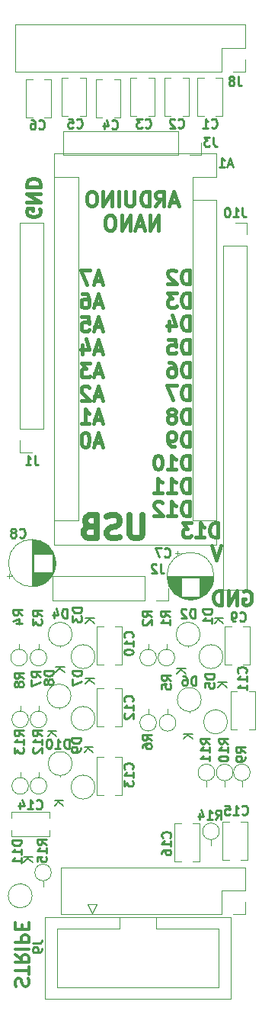
<source format=gbo>
%TF.GenerationSoftware,KiCad,Pcbnew,(7.0.0)*%
%TF.CreationDate,2023-02-19T17:35:37-05:00*%
%TF.ProjectId,ER-PROTO-03-MOZZI-DB,45522d50-524f-4544-9f2d-30332d4d4f5a,1*%
%TF.SameCoordinates,Original*%
%TF.FileFunction,Legend,Bot*%
%TF.FilePolarity,Positive*%
%FSLAX46Y46*%
G04 Gerber Fmt 4.6, Leading zero omitted, Abs format (unit mm)*
G04 Created by KiCad (PCBNEW (7.0.0)) date 2023-02-19 17:35:37*
%MOMM*%
%LPD*%
G01*
G04 APERTURE LIST*
%ADD10C,0.381000*%
%ADD11C,0.375000*%
%ADD12C,0.635000*%
%ADD13C,0.254000*%
%ADD14C,0.150000*%
%ADD15C,0.120000*%
G04 APERTURE END LIST*
D10*
X119129023Y-39413467D02*
X119129023Y-37825967D01*
X119129023Y-37825967D02*
X118751047Y-37825967D01*
X118751047Y-37825967D02*
X118524261Y-37901563D01*
X118524261Y-37901563D02*
X118373071Y-38052753D01*
X118373071Y-38052753D02*
X118297476Y-38203943D01*
X118297476Y-38203943D02*
X118221880Y-38506324D01*
X118221880Y-38506324D02*
X118221880Y-38733110D01*
X118221880Y-38733110D02*
X118297476Y-39035491D01*
X118297476Y-39035491D02*
X118373071Y-39186682D01*
X118373071Y-39186682D02*
X118524261Y-39337872D01*
X118524261Y-39337872D02*
X118751047Y-39413467D01*
X118751047Y-39413467D02*
X119129023Y-39413467D01*
X117617119Y-37977158D02*
X117541523Y-37901563D01*
X117541523Y-37901563D02*
X117390333Y-37825967D01*
X117390333Y-37825967D02*
X117012357Y-37825967D01*
X117012357Y-37825967D02*
X116861166Y-37901563D01*
X116861166Y-37901563D02*
X116785571Y-37977158D01*
X116785571Y-37977158D02*
X116709976Y-38128348D01*
X116709976Y-38128348D02*
X116709976Y-38279539D01*
X116709976Y-38279539D02*
X116785571Y-38506324D01*
X116785571Y-38506324D02*
X117692714Y-39413467D01*
X117692714Y-39413467D02*
X116709976Y-39413467D01*
X119129023Y-41985217D02*
X119129023Y-40397717D01*
X119129023Y-40397717D02*
X118751047Y-40397717D01*
X118751047Y-40397717D02*
X118524261Y-40473313D01*
X118524261Y-40473313D02*
X118373071Y-40624503D01*
X118373071Y-40624503D02*
X118297476Y-40775693D01*
X118297476Y-40775693D02*
X118221880Y-41078074D01*
X118221880Y-41078074D02*
X118221880Y-41304860D01*
X118221880Y-41304860D02*
X118297476Y-41607241D01*
X118297476Y-41607241D02*
X118373071Y-41758432D01*
X118373071Y-41758432D02*
X118524261Y-41909622D01*
X118524261Y-41909622D02*
X118751047Y-41985217D01*
X118751047Y-41985217D02*
X119129023Y-41985217D01*
X117692714Y-40397717D02*
X116709976Y-40397717D01*
X116709976Y-40397717D02*
X117239142Y-41002479D01*
X117239142Y-41002479D02*
X117012357Y-41002479D01*
X117012357Y-41002479D02*
X116861166Y-41078074D01*
X116861166Y-41078074D02*
X116785571Y-41153670D01*
X116785571Y-41153670D02*
X116709976Y-41304860D01*
X116709976Y-41304860D02*
X116709976Y-41682836D01*
X116709976Y-41682836D02*
X116785571Y-41834027D01*
X116785571Y-41834027D02*
X116861166Y-41909622D01*
X116861166Y-41909622D02*
X117012357Y-41985217D01*
X117012357Y-41985217D02*
X117465928Y-41985217D01*
X117465928Y-41985217D02*
X117617119Y-41909622D01*
X117617119Y-41909622D02*
X117692714Y-41834027D01*
X119129023Y-44556967D02*
X119129023Y-42969467D01*
X119129023Y-42969467D02*
X118751047Y-42969467D01*
X118751047Y-42969467D02*
X118524261Y-43045063D01*
X118524261Y-43045063D02*
X118373071Y-43196253D01*
X118373071Y-43196253D02*
X118297476Y-43347443D01*
X118297476Y-43347443D02*
X118221880Y-43649824D01*
X118221880Y-43649824D02*
X118221880Y-43876610D01*
X118221880Y-43876610D02*
X118297476Y-44178991D01*
X118297476Y-44178991D02*
X118373071Y-44330182D01*
X118373071Y-44330182D02*
X118524261Y-44481372D01*
X118524261Y-44481372D02*
X118751047Y-44556967D01*
X118751047Y-44556967D02*
X119129023Y-44556967D01*
X116861166Y-43498634D02*
X116861166Y-44556967D01*
X117239142Y-42893872D02*
X117617119Y-44027801D01*
X117617119Y-44027801D02*
X116634380Y-44027801D01*
X119129023Y-47128717D02*
X119129023Y-45541217D01*
X119129023Y-45541217D02*
X118751047Y-45541217D01*
X118751047Y-45541217D02*
X118524261Y-45616813D01*
X118524261Y-45616813D02*
X118373071Y-45768003D01*
X118373071Y-45768003D02*
X118297476Y-45919193D01*
X118297476Y-45919193D02*
X118221880Y-46221574D01*
X118221880Y-46221574D02*
X118221880Y-46448360D01*
X118221880Y-46448360D02*
X118297476Y-46750741D01*
X118297476Y-46750741D02*
X118373071Y-46901932D01*
X118373071Y-46901932D02*
X118524261Y-47053122D01*
X118524261Y-47053122D02*
X118751047Y-47128717D01*
X118751047Y-47128717D02*
X119129023Y-47128717D01*
X116785571Y-45541217D02*
X117541523Y-45541217D01*
X117541523Y-45541217D02*
X117617119Y-46297170D01*
X117617119Y-46297170D02*
X117541523Y-46221574D01*
X117541523Y-46221574D02*
X117390333Y-46145979D01*
X117390333Y-46145979D02*
X117012357Y-46145979D01*
X117012357Y-46145979D02*
X116861166Y-46221574D01*
X116861166Y-46221574D02*
X116785571Y-46297170D01*
X116785571Y-46297170D02*
X116709976Y-46448360D01*
X116709976Y-46448360D02*
X116709976Y-46826336D01*
X116709976Y-46826336D02*
X116785571Y-46977527D01*
X116785571Y-46977527D02*
X116861166Y-47053122D01*
X116861166Y-47053122D02*
X117012357Y-47128717D01*
X117012357Y-47128717D02*
X117390333Y-47128717D01*
X117390333Y-47128717D02*
X117541523Y-47053122D01*
X117541523Y-47053122D02*
X117617119Y-46977527D01*
X119129023Y-49700467D02*
X119129023Y-48112967D01*
X119129023Y-48112967D02*
X118751047Y-48112967D01*
X118751047Y-48112967D02*
X118524261Y-48188563D01*
X118524261Y-48188563D02*
X118373071Y-48339753D01*
X118373071Y-48339753D02*
X118297476Y-48490943D01*
X118297476Y-48490943D02*
X118221880Y-48793324D01*
X118221880Y-48793324D02*
X118221880Y-49020110D01*
X118221880Y-49020110D02*
X118297476Y-49322491D01*
X118297476Y-49322491D02*
X118373071Y-49473682D01*
X118373071Y-49473682D02*
X118524261Y-49624872D01*
X118524261Y-49624872D02*
X118751047Y-49700467D01*
X118751047Y-49700467D02*
X119129023Y-49700467D01*
X116861166Y-48112967D02*
X117163547Y-48112967D01*
X117163547Y-48112967D02*
X117314738Y-48188563D01*
X117314738Y-48188563D02*
X117390333Y-48264158D01*
X117390333Y-48264158D02*
X117541523Y-48490943D01*
X117541523Y-48490943D02*
X117617119Y-48793324D01*
X117617119Y-48793324D02*
X117617119Y-49398086D01*
X117617119Y-49398086D02*
X117541523Y-49549277D01*
X117541523Y-49549277D02*
X117465928Y-49624872D01*
X117465928Y-49624872D02*
X117314738Y-49700467D01*
X117314738Y-49700467D02*
X117012357Y-49700467D01*
X117012357Y-49700467D02*
X116861166Y-49624872D01*
X116861166Y-49624872D02*
X116785571Y-49549277D01*
X116785571Y-49549277D02*
X116709976Y-49398086D01*
X116709976Y-49398086D02*
X116709976Y-49020110D01*
X116709976Y-49020110D02*
X116785571Y-48868920D01*
X116785571Y-48868920D02*
X116861166Y-48793324D01*
X116861166Y-48793324D02*
X117012357Y-48717729D01*
X117012357Y-48717729D02*
X117314738Y-48717729D01*
X117314738Y-48717729D02*
X117465928Y-48793324D01*
X117465928Y-48793324D02*
X117541523Y-48868920D01*
X117541523Y-48868920D02*
X117617119Y-49020110D01*
X119129023Y-52272217D02*
X119129023Y-50684717D01*
X119129023Y-50684717D02*
X118751047Y-50684717D01*
X118751047Y-50684717D02*
X118524261Y-50760313D01*
X118524261Y-50760313D02*
X118373071Y-50911503D01*
X118373071Y-50911503D02*
X118297476Y-51062693D01*
X118297476Y-51062693D02*
X118221880Y-51365074D01*
X118221880Y-51365074D02*
X118221880Y-51591860D01*
X118221880Y-51591860D02*
X118297476Y-51894241D01*
X118297476Y-51894241D02*
X118373071Y-52045432D01*
X118373071Y-52045432D02*
X118524261Y-52196622D01*
X118524261Y-52196622D02*
X118751047Y-52272217D01*
X118751047Y-52272217D02*
X119129023Y-52272217D01*
X117692714Y-50684717D02*
X116634380Y-50684717D01*
X116634380Y-50684717D02*
X117314738Y-52272217D01*
X119129023Y-54843967D02*
X119129023Y-53256467D01*
X119129023Y-53256467D02*
X118751047Y-53256467D01*
X118751047Y-53256467D02*
X118524261Y-53332063D01*
X118524261Y-53332063D02*
X118373071Y-53483253D01*
X118373071Y-53483253D02*
X118297476Y-53634443D01*
X118297476Y-53634443D02*
X118221880Y-53936824D01*
X118221880Y-53936824D02*
X118221880Y-54163610D01*
X118221880Y-54163610D02*
X118297476Y-54465991D01*
X118297476Y-54465991D02*
X118373071Y-54617182D01*
X118373071Y-54617182D02*
X118524261Y-54768372D01*
X118524261Y-54768372D02*
X118751047Y-54843967D01*
X118751047Y-54843967D02*
X119129023Y-54843967D01*
X117314738Y-53936824D02*
X117465928Y-53861229D01*
X117465928Y-53861229D02*
X117541523Y-53785634D01*
X117541523Y-53785634D02*
X117617119Y-53634443D01*
X117617119Y-53634443D02*
X117617119Y-53558848D01*
X117617119Y-53558848D02*
X117541523Y-53407658D01*
X117541523Y-53407658D02*
X117465928Y-53332063D01*
X117465928Y-53332063D02*
X117314738Y-53256467D01*
X117314738Y-53256467D02*
X117012357Y-53256467D01*
X117012357Y-53256467D02*
X116861166Y-53332063D01*
X116861166Y-53332063D02*
X116785571Y-53407658D01*
X116785571Y-53407658D02*
X116709976Y-53558848D01*
X116709976Y-53558848D02*
X116709976Y-53634443D01*
X116709976Y-53634443D02*
X116785571Y-53785634D01*
X116785571Y-53785634D02*
X116861166Y-53861229D01*
X116861166Y-53861229D02*
X117012357Y-53936824D01*
X117012357Y-53936824D02*
X117314738Y-53936824D01*
X117314738Y-53936824D02*
X117465928Y-54012420D01*
X117465928Y-54012420D02*
X117541523Y-54088015D01*
X117541523Y-54088015D02*
X117617119Y-54239205D01*
X117617119Y-54239205D02*
X117617119Y-54541586D01*
X117617119Y-54541586D02*
X117541523Y-54692777D01*
X117541523Y-54692777D02*
X117465928Y-54768372D01*
X117465928Y-54768372D02*
X117314738Y-54843967D01*
X117314738Y-54843967D02*
X117012357Y-54843967D01*
X117012357Y-54843967D02*
X116861166Y-54768372D01*
X116861166Y-54768372D02*
X116785571Y-54692777D01*
X116785571Y-54692777D02*
X116709976Y-54541586D01*
X116709976Y-54541586D02*
X116709976Y-54239205D01*
X116709976Y-54239205D02*
X116785571Y-54088015D01*
X116785571Y-54088015D02*
X116861166Y-54012420D01*
X116861166Y-54012420D02*
X117012357Y-53936824D01*
X119129023Y-57415717D02*
X119129023Y-55828217D01*
X119129023Y-55828217D02*
X118751047Y-55828217D01*
X118751047Y-55828217D02*
X118524261Y-55903813D01*
X118524261Y-55903813D02*
X118373071Y-56055003D01*
X118373071Y-56055003D02*
X118297476Y-56206193D01*
X118297476Y-56206193D02*
X118221880Y-56508574D01*
X118221880Y-56508574D02*
X118221880Y-56735360D01*
X118221880Y-56735360D02*
X118297476Y-57037741D01*
X118297476Y-57037741D02*
X118373071Y-57188932D01*
X118373071Y-57188932D02*
X118524261Y-57340122D01*
X118524261Y-57340122D02*
X118751047Y-57415717D01*
X118751047Y-57415717D02*
X119129023Y-57415717D01*
X117465928Y-57415717D02*
X117163547Y-57415717D01*
X117163547Y-57415717D02*
X117012357Y-57340122D01*
X117012357Y-57340122D02*
X116936761Y-57264527D01*
X116936761Y-57264527D02*
X116785571Y-57037741D01*
X116785571Y-57037741D02*
X116709976Y-56735360D01*
X116709976Y-56735360D02*
X116709976Y-56130598D01*
X116709976Y-56130598D02*
X116785571Y-55979408D01*
X116785571Y-55979408D02*
X116861166Y-55903813D01*
X116861166Y-55903813D02*
X117012357Y-55828217D01*
X117012357Y-55828217D02*
X117314738Y-55828217D01*
X117314738Y-55828217D02*
X117465928Y-55903813D01*
X117465928Y-55903813D02*
X117541523Y-55979408D01*
X117541523Y-55979408D02*
X117617119Y-56130598D01*
X117617119Y-56130598D02*
X117617119Y-56508574D01*
X117617119Y-56508574D02*
X117541523Y-56659765D01*
X117541523Y-56659765D02*
X117465928Y-56735360D01*
X117465928Y-56735360D02*
X117314738Y-56810955D01*
X117314738Y-56810955D02*
X117012357Y-56810955D01*
X117012357Y-56810955D02*
X116861166Y-56735360D01*
X116861166Y-56735360D02*
X116785571Y-56659765D01*
X116785571Y-56659765D02*
X116709976Y-56508574D01*
X119129023Y-59987467D02*
X119129023Y-58399967D01*
X119129023Y-58399967D02*
X118751047Y-58399967D01*
X118751047Y-58399967D02*
X118524261Y-58475563D01*
X118524261Y-58475563D02*
X118373071Y-58626753D01*
X118373071Y-58626753D02*
X118297476Y-58777943D01*
X118297476Y-58777943D02*
X118221880Y-59080324D01*
X118221880Y-59080324D02*
X118221880Y-59307110D01*
X118221880Y-59307110D02*
X118297476Y-59609491D01*
X118297476Y-59609491D02*
X118373071Y-59760682D01*
X118373071Y-59760682D02*
X118524261Y-59911872D01*
X118524261Y-59911872D02*
X118751047Y-59987467D01*
X118751047Y-59987467D02*
X119129023Y-59987467D01*
X116709976Y-59987467D02*
X117617119Y-59987467D01*
X117163547Y-59987467D02*
X117163547Y-58399967D01*
X117163547Y-58399967D02*
X117314738Y-58626753D01*
X117314738Y-58626753D02*
X117465928Y-58777943D01*
X117465928Y-58777943D02*
X117617119Y-58853539D01*
X115727237Y-58399967D02*
X115576047Y-58399967D01*
X115576047Y-58399967D02*
X115424856Y-58475563D01*
X115424856Y-58475563D02*
X115349261Y-58551158D01*
X115349261Y-58551158D02*
X115273666Y-58702348D01*
X115273666Y-58702348D02*
X115198071Y-59004729D01*
X115198071Y-59004729D02*
X115198071Y-59382705D01*
X115198071Y-59382705D02*
X115273666Y-59685086D01*
X115273666Y-59685086D02*
X115349261Y-59836277D01*
X115349261Y-59836277D02*
X115424856Y-59911872D01*
X115424856Y-59911872D02*
X115576047Y-59987467D01*
X115576047Y-59987467D02*
X115727237Y-59987467D01*
X115727237Y-59987467D02*
X115878428Y-59911872D01*
X115878428Y-59911872D02*
X115954023Y-59836277D01*
X115954023Y-59836277D02*
X116029618Y-59685086D01*
X116029618Y-59685086D02*
X116105214Y-59382705D01*
X116105214Y-59382705D02*
X116105214Y-59004729D01*
X116105214Y-59004729D02*
X116029618Y-58702348D01*
X116029618Y-58702348D02*
X115954023Y-58551158D01*
X115954023Y-58551158D02*
X115878428Y-58475563D01*
X115878428Y-58475563D02*
X115727237Y-58399967D01*
X119129023Y-62559217D02*
X119129023Y-60971717D01*
X119129023Y-60971717D02*
X118751047Y-60971717D01*
X118751047Y-60971717D02*
X118524261Y-61047313D01*
X118524261Y-61047313D02*
X118373071Y-61198503D01*
X118373071Y-61198503D02*
X118297476Y-61349693D01*
X118297476Y-61349693D02*
X118221880Y-61652074D01*
X118221880Y-61652074D02*
X118221880Y-61878860D01*
X118221880Y-61878860D02*
X118297476Y-62181241D01*
X118297476Y-62181241D02*
X118373071Y-62332432D01*
X118373071Y-62332432D02*
X118524261Y-62483622D01*
X118524261Y-62483622D02*
X118751047Y-62559217D01*
X118751047Y-62559217D02*
X119129023Y-62559217D01*
X116709976Y-62559217D02*
X117617119Y-62559217D01*
X117163547Y-62559217D02*
X117163547Y-60971717D01*
X117163547Y-60971717D02*
X117314738Y-61198503D01*
X117314738Y-61198503D02*
X117465928Y-61349693D01*
X117465928Y-61349693D02*
X117617119Y-61425289D01*
X115198071Y-62559217D02*
X116105214Y-62559217D01*
X115651642Y-62559217D02*
X115651642Y-60971717D01*
X115651642Y-60971717D02*
X115802833Y-61198503D01*
X115802833Y-61198503D02*
X115954023Y-61349693D01*
X115954023Y-61349693D02*
X116105214Y-61425289D01*
X119129023Y-65130967D02*
X119129023Y-63543467D01*
X119129023Y-63543467D02*
X118751047Y-63543467D01*
X118751047Y-63543467D02*
X118524261Y-63619063D01*
X118524261Y-63619063D02*
X118373071Y-63770253D01*
X118373071Y-63770253D02*
X118297476Y-63921443D01*
X118297476Y-63921443D02*
X118221880Y-64223824D01*
X118221880Y-64223824D02*
X118221880Y-64450610D01*
X118221880Y-64450610D02*
X118297476Y-64752991D01*
X118297476Y-64752991D02*
X118373071Y-64904182D01*
X118373071Y-64904182D02*
X118524261Y-65055372D01*
X118524261Y-65055372D02*
X118751047Y-65130967D01*
X118751047Y-65130967D02*
X119129023Y-65130967D01*
X116709976Y-65130967D02*
X117617119Y-65130967D01*
X117163547Y-65130967D02*
X117163547Y-63543467D01*
X117163547Y-63543467D02*
X117314738Y-63770253D01*
X117314738Y-63770253D02*
X117465928Y-63921443D01*
X117465928Y-63921443D02*
X117617119Y-63997039D01*
X116105214Y-63694658D02*
X116029618Y-63619063D01*
X116029618Y-63619063D02*
X115878428Y-63543467D01*
X115878428Y-63543467D02*
X115500452Y-63543467D01*
X115500452Y-63543467D02*
X115349261Y-63619063D01*
X115349261Y-63619063D02*
X115273666Y-63694658D01*
X115273666Y-63694658D02*
X115198071Y-63845848D01*
X115198071Y-63845848D02*
X115198071Y-63997039D01*
X115198071Y-63997039D02*
X115273666Y-64223824D01*
X115273666Y-64223824D02*
X116180809Y-65130967D01*
X116180809Y-65130967D02*
X115198071Y-65130967D01*
D11*
X99850357Y-117327713D02*
X99778928Y-117113428D01*
X99778928Y-117113428D02*
X99778928Y-116756285D01*
X99778928Y-116756285D02*
X99850357Y-116613428D01*
X99850357Y-116613428D02*
X99921785Y-116541999D01*
X99921785Y-116541999D02*
X100064642Y-116470570D01*
X100064642Y-116470570D02*
X100207500Y-116470570D01*
X100207500Y-116470570D02*
X100350357Y-116541999D01*
X100350357Y-116541999D02*
X100421785Y-116613428D01*
X100421785Y-116613428D02*
X100493214Y-116756285D01*
X100493214Y-116756285D02*
X100564642Y-117041999D01*
X100564642Y-117041999D02*
X100636071Y-117184856D01*
X100636071Y-117184856D02*
X100707500Y-117256285D01*
X100707500Y-117256285D02*
X100850357Y-117327713D01*
X100850357Y-117327713D02*
X100993214Y-117327713D01*
X100993214Y-117327713D02*
X101136071Y-117256285D01*
X101136071Y-117256285D02*
X101207500Y-117184856D01*
X101207500Y-117184856D02*
X101278928Y-117041999D01*
X101278928Y-117041999D02*
X101278928Y-116684856D01*
X101278928Y-116684856D02*
X101207500Y-116470570D01*
X101278928Y-116041999D02*
X101278928Y-115184857D01*
X99778928Y-115613428D02*
X101278928Y-115613428D01*
X99778928Y-113827714D02*
X100493214Y-114327714D01*
X99778928Y-114684857D02*
X101278928Y-114684857D01*
X101278928Y-114684857D02*
X101278928Y-114113428D01*
X101278928Y-114113428D02*
X101207500Y-113970571D01*
X101207500Y-113970571D02*
X101136071Y-113899142D01*
X101136071Y-113899142D02*
X100993214Y-113827714D01*
X100993214Y-113827714D02*
X100778928Y-113827714D01*
X100778928Y-113827714D02*
X100636071Y-113899142D01*
X100636071Y-113899142D02*
X100564642Y-113970571D01*
X100564642Y-113970571D02*
X100493214Y-114113428D01*
X100493214Y-114113428D02*
X100493214Y-114684857D01*
X99778928Y-113184857D02*
X101278928Y-113184857D01*
X99778928Y-112470571D02*
X101278928Y-112470571D01*
X101278928Y-112470571D02*
X101278928Y-111899142D01*
X101278928Y-111899142D02*
X101207500Y-111756285D01*
X101207500Y-111756285D02*
X101136071Y-111684856D01*
X101136071Y-111684856D02*
X100993214Y-111613428D01*
X100993214Y-111613428D02*
X100778928Y-111613428D01*
X100778928Y-111613428D02*
X100636071Y-111684856D01*
X100636071Y-111684856D02*
X100564642Y-111756285D01*
X100564642Y-111756285D02*
X100493214Y-111899142D01*
X100493214Y-111899142D02*
X100493214Y-112470571D01*
X100564642Y-110970571D02*
X100564642Y-110470571D01*
X99778928Y-110256285D02*
X99778928Y-110970571D01*
X99778928Y-110970571D02*
X101278928Y-110970571D01*
X101278928Y-110970571D02*
X101278928Y-110256285D01*
D10*
X117807618Y-30293522D02*
X117021428Y-30293522D01*
X117964856Y-30765236D02*
X117414523Y-29114236D01*
X117414523Y-29114236D02*
X116864190Y-30765236D01*
X115370428Y-30765236D02*
X115920761Y-29979046D01*
X116313856Y-30765236D02*
X116313856Y-29114236D01*
X116313856Y-29114236D02*
X115684904Y-29114236D01*
X115684904Y-29114236D02*
X115527666Y-29192856D01*
X115527666Y-29192856D02*
X115449047Y-29271475D01*
X115449047Y-29271475D02*
X115370428Y-29428713D01*
X115370428Y-29428713D02*
X115370428Y-29664570D01*
X115370428Y-29664570D02*
X115449047Y-29821808D01*
X115449047Y-29821808D02*
X115527666Y-29900427D01*
X115527666Y-29900427D02*
X115684904Y-29979046D01*
X115684904Y-29979046D02*
X116313856Y-29979046D01*
X114662856Y-30765236D02*
X114662856Y-29114236D01*
X114662856Y-29114236D02*
X114269761Y-29114236D01*
X114269761Y-29114236D02*
X114033904Y-29192856D01*
X114033904Y-29192856D02*
X113876666Y-29350094D01*
X113876666Y-29350094D02*
X113798047Y-29507332D01*
X113798047Y-29507332D02*
X113719428Y-29821808D01*
X113719428Y-29821808D02*
X113719428Y-30057665D01*
X113719428Y-30057665D02*
X113798047Y-30372141D01*
X113798047Y-30372141D02*
X113876666Y-30529379D01*
X113876666Y-30529379D02*
X114033904Y-30686617D01*
X114033904Y-30686617D02*
X114269761Y-30765236D01*
X114269761Y-30765236D02*
X114662856Y-30765236D01*
X113011856Y-29114236D02*
X113011856Y-30450760D01*
X113011856Y-30450760D02*
X112933237Y-30607998D01*
X112933237Y-30607998D02*
X112854618Y-30686617D01*
X112854618Y-30686617D02*
X112697380Y-30765236D01*
X112697380Y-30765236D02*
X112382904Y-30765236D01*
X112382904Y-30765236D02*
X112225666Y-30686617D01*
X112225666Y-30686617D02*
X112147047Y-30607998D01*
X112147047Y-30607998D02*
X112068428Y-30450760D01*
X112068428Y-30450760D02*
X112068428Y-29114236D01*
X111282237Y-30765236D02*
X111282237Y-29114236D01*
X110496047Y-30765236D02*
X110496047Y-29114236D01*
X110496047Y-29114236D02*
X109552619Y-30765236D01*
X109552619Y-30765236D02*
X109552619Y-29114236D01*
X108451952Y-29114236D02*
X108137476Y-29114236D01*
X108137476Y-29114236D02*
X107980238Y-29192856D01*
X107980238Y-29192856D02*
X107823000Y-29350094D01*
X107823000Y-29350094D02*
X107744381Y-29664570D01*
X107744381Y-29664570D02*
X107744381Y-30214903D01*
X107744381Y-30214903D02*
X107823000Y-30529379D01*
X107823000Y-30529379D02*
X107980238Y-30686617D01*
X107980238Y-30686617D02*
X108137476Y-30765236D01*
X108137476Y-30765236D02*
X108451952Y-30765236D01*
X108451952Y-30765236D02*
X108609190Y-30686617D01*
X108609190Y-30686617D02*
X108766428Y-30529379D01*
X108766428Y-30529379D02*
X108845047Y-30214903D01*
X108845047Y-30214903D02*
X108845047Y-29664570D01*
X108845047Y-29664570D02*
X108766428Y-29350094D01*
X108766428Y-29350094D02*
X108609190Y-29192856D01*
X108609190Y-29192856D02*
X108451952Y-29114236D01*
X115684904Y-33439856D02*
X115684904Y-31788856D01*
X115684904Y-31788856D02*
X114741476Y-33439856D01*
X114741476Y-33439856D02*
X114741476Y-31788856D01*
X114033904Y-32968142D02*
X113247714Y-32968142D01*
X114191142Y-33439856D02*
X113640809Y-31788856D01*
X113640809Y-31788856D02*
X113090476Y-33439856D01*
X112540142Y-33439856D02*
X112540142Y-31788856D01*
X112540142Y-31788856D02*
X111596714Y-33439856D01*
X111596714Y-33439856D02*
X111596714Y-31788856D01*
X110496047Y-31788856D02*
X110181571Y-31788856D01*
X110181571Y-31788856D02*
X110024333Y-31867476D01*
X110024333Y-31867476D02*
X109867095Y-32024714D01*
X109867095Y-32024714D02*
X109788476Y-32339190D01*
X109788476Y-32339190D02*
X109788476Y-32889523D01*
X109788476Y-32889523D02*
X109867095Y-33203999D01*
X109867095Y-33203999D02*
X110024333Y-33361237D01*
X110024333Y-33361237D02*
X110181571Y-33439856D01*
X110181571Y-33439856D02*
X110496047Y-33439856D01*
X110496047Y-33439856D02*
X110653285Y-33361237D01*
X110653285Y-33361237D02*
X110810523Y-33203999D01*
X110810523Y-33203999D02*
X110889142Y-32889523D01*
X110889142Y-32889523D02*
X110889142Y-32339190D01*
X110889142Y-32339190D02*
X110810523Y-32024714D01*
X110810523Y-32024714D02*
X110653285Y-31867476D01*
X110653285Y-31867476D02*
X110496047Y-31788856D01*
X125155476Y-73493313D02*
X125306666Y-73417717D01*
X125306666Y-73417717D02*
X125533452Y-73417717D01*
X125533452Y-73417717D02*
X125760238Y-73493313D01*
X125760238Y-73493313D02*
X125911428Y-73644503D01*
X125911428Y-73644503D02*
X125987023Y-73795693D01*
X125987023Y-73795693D02*
X126062619Y-74098074D01*
X126062619Y-74098074D02*
X126062619Y-74324860D01*
X126062619Y-74324860D02*
X125987023Y-74627241D01*
X125987023Y-74627241D02*
X125911428Y-74778432D01*
X125911428Y-74778432D02*
X125760238Y-74929622D01*
X125760238Y-74929622D02*
X125533452Y-75005217D01*
X125533452Y-75005217D02*
X125382261Y-75005217D01*
X125382261Y-75005217D02*
X125155476Y-74929622D01*
X125155476Y-74929622D02*
X125079880Y-74854027D01*
X125079880Y-74854027D02*
X125079880Y-74324860D01*
X125079880Y-74324860D02*
X125382261Y-74324860D01*
X124399523Y-75005217D02*
X124399523Y-73417717D01*
X124399523Y-73417717D02*
X123492380Y-75005217D01*
X123492380Y-75005217D02*
X123492380Y-73417717D01*
X122736428Y-75005217D02*
X122736428Y-73417717D01*
X122736428Y-73417717D02*
X122358452Y-73417717D01*
X122358452Y-73417717D02*
X122131666Y-73493313D01*
X122131666Y-73493313D02*
X121980476Y-73644503D01*
X121980476Y-73644503D02*
X121904881Y-73795693D01*
X121904881Y-73795693D02*
X121829285Y-74098074D01*
X121829285Y-74098074D02*
X121829285Y-74324860D01*
X121829285Y-74324860D02*
X121904881Y-74627241D01*
X121904881Y-74627241D02*
X121980476Y-74778432D01*
X121980476Y-74778432D02*
X122131666Y-74929622D01*
X122131666Y-74929622D02*
X122358452Y-75005217D01*
X122358452Y-75005217D02*
X122736428Y-75005217D01*
X122304023Y-67512217D02*
X122304023Y-65924717D01*
X122304023Y-65924717D02*
X121926047Y-65924717D01*
X121926047Y-65924717D02*
X121699261Y-66000313D01*
X121699261Y-66000313D02*
X121548071Y-66151503D01*
X121548071Y-66151503D02*
X121472476Y-66302693D01*
X121472476Y-66302693D02*
X121396880Y-66605074D01*
X121396880Y-66605074D02*
X121396880Y-66831860D01*
X121396880Y-66831860D02*
X121472476Y-67134241D01*
X121472476Y-67134241D02*
X121548071Y-67285432D01*
X121548071Y-67285432D02*
X121699261Y-67436622D01*
X121699261Y-67436622D02*
X121926047Y-67512217D01*
X121926047Y-67512217D02*
X122304023Y-67512217D01*
X119884976Y-67512217D02*
X120792119Y-67512217D01*
X120338547Y-67512217D02*
X120338547Y-65924717D01*
X120338547Y-65924717D02*
X120489738Y-66151503D01*
X120489738Y-66151503D02*
X120640928Y-66302693D01*
X120640928Y-66302693D02*
X120792119Y-66378289D01*
X119355809Y-65924717D02*
X118373071Y-65924717D01*
X118373071Y-65924717D02*
X118902237Y-66529479D01*
X118902237Y-66529479D02*
X118675452Y-66529479D01*
X118675452Y-66529479D02*
X118524261Y-66605074D01*
X118524261Y-66605074D02*
X118448666Y-66680670D01*
X118448666Y-66680670D02*
X118373071Y-66831860D01*
X118373071Y-66831860D02*
X118373071Y-67209836D01*
X118373071Y-67209836D02*
X118448666Y-67361027D01*
X118448666Y-67361027D02*
X118524261Y-67436622D01*
X118524261Y-67436622D02*
X118675452Y-67512217D01*
X118675452Y-67512217D02*
X119129023Y-67512217D01*
X119129023Y-67512217D02*
X119280214Y-67436622D01*
X119280214Y-67436622D02*
X119355809Y-67361027D01*
X102528687Y-31048476D02*
X102604282Y-31199666D01*
X102604282Y-31199666D02*
X102604282Y-31426452D01*
X102604282Y-31426452D02*
X102528687Y-31653238D01*
X102528687Y-31653238D02*
X102377496Y-31804428D01*
X102377496Y-31804428D02*
X102226306Y-31880023D01*
X102226306Y-31880023D02*
X101923925Y-31955619D01*
X101923925Y-31955619D02*
X101697139Y-31955619D01*
X101697139Y-31955619D02*
X101394758Y-31880023D01*
X101394758Y-31880023D02*
X101243567Y-31804428D01*
X101243567Y-31804428D02*
X101092377Y-31653238D01*
X101092377Y-31653238D02*
X101016782Y-31426452D01*
X101016782Y-31426452D02*
X101016782Y-31275261D01*
X101016782Y-31275261D02*
X101092377Y-31048476D01*
X101092377Y-31048476D02*
X101167972Y-30972880D01*
X101167972Y-30972880D02*
X101697139Y-30972880D01*
X101697139Y-30972880D02*
X101697139Y-31275261D01*
X101016782Y-30292523D02*
X102604282Y-30292523D01*
X102604282Y-30292523D02*
X101016782Y-29385380D01*
X101016782Y-29385380D02*
X102604282Y-29385380D01*
X101016782Y-28629428D02*
X102604282Y-28629428D01*
X102604282Y-28629428D02*
X102604282Y-28251452D01*
X102604282Y-28251452D02*
X102528687Y-28024666D01*
X102528687Y-28024666D02*
X102377496Y-27873476D01*
X102377496Y-27873476D02*
X102226306Y-27797881D01*
X102226306Y-27797881D02*
X101923925Y-27722285D01*
X101923925Y-27722285D02*
X101697139Y-27722285D01*
X101697139Y-27722285D02*
X101394758Y-27797881D01*
X101394758Y-27797881D02*
X101243567Y-27873476D01*
X101243567Y-27873476D02*
X101092377Y-28024666D01*
X101092377Y-28024666D02*
X101016782Y-28251452D01*
X101016782Y-28251452D02*
X101016782Y-28629428D01*
D12*
X113949238Y-65068147D02*
X113949238Y-67124338D01*
X113949238Y-67124338D02*
X113828285Y-67366242D01*
X113828285Y-67366242D02*
X113707333Y-67487195D01*
X113707333Y-67487195D02*
X113465428Y-67608147D01*
X113465428Y-67608147D02*
X112981619Y-67608147D01*
X112981619Y-67608147D02*
X112739714Y-67487195D01*
X112739714Y-67487195D02*
X112618761Y-67366242D01*
X112618761Y-67366242D02*
X112497809Y-67124338D01*
X112497809Y-67124338D02*
X112497809Y-65068147D01*
X111409238Y-67487195D02*
X111046381Y-67608147D01*
X111046381Y-67608147D02*
X110441619Y-67608147D01*
X110441619Y-67608147D02*
X110199714Y-67487195D01*
X110199714Y-67487195D02*
X110078762Y-67366242D01*
X110078762Y-67366242D02*
X109957809Y-67124338D01*
X109957809Y-67124338D02*
X109957809Y-66882433D01*
X109957809Y-66882433D02*
X110078762Y-66640528D01*
X110078762Y-66640528D02*
X110199714Y-66519576D01*
X110199714Y-66519576D02*
X110441619Y-66398623D01*
X110441619Y-66398623D02*
X110925428Y-66277671D01*
X110925428Y-66277671D02*
X111167333Y-66156719D01*
X111167333Y-66156719D02*
X111288286Y-66035766D01*
X111288286Y-66035766D02*
X111409238Y-65793861D01*
X111409238Y-65793861D02*
X111409238Y-65551957D01*
X111409238Y-65551957D02*
X111288286Y-65310052D01*
X111288286Y-65310052D02*
X111167333Y-65189100D01*
X111167333Y-65189100D02*
X110925428Y-65068147D01*
X110925428Y-65068147D02*
X110320667Y-65068147D01*
X110320667Y-65068147D02*
X109957809Y-65189100D01*
X108022571Y-66277671D02*
X107659714Y-66398623D01*
X107659714Y-66398623D02*
X107538761Y-66519576D01*
X107538761Y-66519576D02*
X107417809Y-66761480D01*
X107417809Y-66761480D02*
X107417809Y-67124338D01*
X107417809Y-67124338D02*
X107538761Y-67366242D01*
X107538761Y-67366242D02*
X107659714Y-67487195D01*
X107659714Y-67487195D02*
X107901619Y-67608147D01*
X107901619Y-67608147D02*
X108869238Y-67608147D01*
X108869238Y-67608147D02*
X108869238Y-65068147D01*
X108869238Y-65068147D02*
X108022571Y-65068147D01*
X108022571Y-65068147D02*
X107780666Y-65189100D01*
X107780666Y-65189100D02*
X107659714Y-65310052D01*
X107659714Y-65310052D02*
X107538761Y-65551957D01*
X107538761Y-65551957D02*
X107538761Y-65793861D01*
X107538761Y-65793861D02*
X107659714Y-66035766D01*
X107659714Y-66035766D02*
X107780666Y-66156719D01*
X107780666Y-66156719D02*
X108022571Y-66277671D01*
X108022571Y-66277671D02*
X108869238Y-66277671D01*
D10*
X122657809Y-68464717D02*
X122128642Y-70052217D01*
X122128642Y-70052217D02*
X121599476Y-68464717D01*
X109377238Y-39007521D02*
X108621285Y-39007521D01*
X109528428Y-39461092D02*
X108999261Y-37873592D01*
X108999261Y-37873592D02*
X108470095Y-39461092D01*
X108092119Y-37873592D02*
X107033785Y-37873592D01*
X107033785Y-37873592D02*
X107714143Y-39461092D01*
X109377238Y-41579271D02*
X108621285Y-41579271D01*
X109528428Y-42032842D02*
X108999261Y-40445342D01*
X108999261Y-40445342D02*
X108470095Y-42032842D01*
X107260571Y-40445342D02*
X107562952Y-40445342D01*
X107562952Y-40445342D02*
X107714143Y-40520938D01*
X107714143Y-40520938D02*
X107789738Y-40596533D01*
X107789738Y-40596533D02*
X107940928Y-40823318D01*
X107940928Y-40823318D02*
X108016524Y-41125699D01*
X108016524Y-41125699D02*
X108016524Y-41730461D01*
X108016524Y-41730461D02*
X107940928Y-41881652D01*
X107940928Y-41881652D02*
X107865333Y-41957247D01*
X107865333Y-41957247D02*
X107714143Y-42032842D01*
X107714143Y-42032842D02*
X107411762Y-42032842D01*
X107411762Y-42032842D02*
X107260571Y-41957247D01*
X107260571Y-41957247D02*
X107184976Y-41881652D01*
X107184976Y-41881652D02*
X107109381Y-41730461D01*
X107109381Y-41730461D02*
X107109381Y-41352485D01*
X107109381Y-41352485D02*
X107184976Y-41201295D01*
X107184976Y-41201295D02*
X107260571Y-41125699D01*
X107260571Y-41125699D02*
X107411762Y-41050104D01*
X107411762Y-41050104D02*
X107714143Y-41050104D01*
X107714143Y-41050104D02*
X107865333Y-41125699D01*
X107865333Y-41125699D02*
X107940928Y-41201295D01*
X107940928Y-41201295D02*
X108016524Y-41352485D01*
X109377238Y-44151021D02*
X108621285Y-44151021D01*
X109528428Y-44604592D02*
X108999261Y-43017092D01*
X108999261Y-43017092D02*
X108470095Y-44604592D01*
X107184976Y-43017092D02*
X107940928Y-43017092D01*
X107940928Y-43017092D02*
X108016524Y-43773045D01*
X108016524Y-43773045D02*
X107940928Y-43697449D01*
X107940928Y-43697449D02*
X107789738Y-43621854D01*
X107789738Y-43621854D02*
X107411762Y-43621854D01*
X107411762Y-43621854D02*
X107260571Y-43697449D01*
X107260571Y-43697449D02*
X107184976Y-43773045D01*
X107184976Y-43773045D02*
X107109381Y-43924235D01*
X107109381Y-43924235D02*
X107109381Y-44302211D01*
X107109381Y-44302211D02*
X107184976Y-44453402D01*
X107184976Y-44453402D02*
X107260571Y-44528997D01*
X107260571Y-44528997D02*
X107411762Y-44604592D01*
X107411762Y-44604592D02*
X107789738Y-44604592D01*
X107789738Y-44604592D02*
X107940928Y-44528997D01*
X107940928Y-44528997D02*
X108016524Y-44453402D01*
X109377238Y-46722771D02*
X108621285Y-46722771D01*
X109528428Y-47176342D02*
X108999261Y-45588842D01*
X108999261Y-45588842D02*
X108470095Y-47176342D01*
X107260571Y-46118009D02*
X107260571Y-47176342D01*
X107638547Y-45513247D02*
X108016524Y-46647176D01*
X108016524Y-46647176D02*
X107033785Y-46647176D01*
X109377238Y-49294521D02*
X108621285Y-49294521D01*
X109528428Y-49748092D02*
X108999261Y-48160592D01*
X108999261Y-48160592D02*
X108470095Y-49748092D01*
X108092119Y-48160592D02*
X107109381Y-48160592D01*
X107109381Y-48160592D02*
X107638547Y-48765354D01*
X107638547Y-48765354D02*
X107411762Y-48765354D01*
X107411762Y-48765354D02*
X107260571Y-48840949D01*
X107260571Y-48840949D02*
X107184976Y-48916545D01*
X107184976Y-48916545D02*
X107109381Y-49067735D01*
X107109381Y-49067735D02*
X107109381Y-49445711D01*
X107109381Y-49445711D02*
X107184976Y-49596902D01*
X107184976Y-49596902D02*
X107260571Y-49672497D01*
X107260571Y-49672497D02*
X107411762Y-49748092D01*
X107411762Y-49748092D02*
X107865333Y-49748092D01*
X107865333Y-49748092D02*
X108016524Y-49672497D01*
X108016524Y-49672497D02*
X108092119Y-49596902D01*
X109377238Y-51866271D02*
X108621285Y-51866271D01*
X109528428Y-52319842D02*
X108999261Y-50732342D01*
X108999261Y-50732342D02*
X108470095Y-52319842D01*
X108016524Y-50883533D02*
X107940928Y-50807938D01*
X107940928Y-50807938D02*
X107789738Y-50732342D01*
X107789738Y-50732342D02*
X107411762Y-50732342D01*
X107411762Y-50732342D02*
X107260571Y-50807938D01*
X107260571Y-50807938D02*
X107184976Y-50883533D01*
X107184976Y-50883533D02*
X107109381Y-51034723D01*
X107109381Y-51034723D02*
X107109381Y-51185914D01*
X107109381Y-51185914D02*
X107184976Y-51412699D01*
X107184976Y-51412699D02*
X108092119Y-52319842D01*
X108092119Y-52319842D02*
X107109381Y-52319842D01*
X109377238Y-54438021D02*
X108621285Y-54438021D01*
X109528428Y-54891592D02*
X108999261Y-53304092D01*
X108999261Y-53304092D02*
X108470095Y-54891592D01*
X107109381Y-54891592D02*
X108016524Y-54891592D01*
X107562952Y-54891592D02*
X107562952Y-53304092D01*
X107562952Y-53304092D02*
X107714143Y-53530878D01*
X107714143Y-53530878D02*
X107865333Y-53682068D01*
X107865333Y-53682068D02*
X108016524Y-53757664D01*
X109377238Y-57009771D02*
X108621285Y-57009771D01*
X109528428Y-57463342D02*
X108999261Y-55875842D01*
X108999261Y-55875842D02*
X108470095Y-57463342D01*
X107638547Y-55875842D02*
X107487357Y-55875842D01*
X107487357Y-55875842D02*
X107336166Y-55951438D01*
X107336166Y-55951438D02*
X107260571Y-56027033D01*
X107260571Y-56027033D02*
X107184976Y-56178223D01*
X107184976Y-56178223D02*
X107109381Y-56480604D01*
X107109381Y-56480604D02*
X107109381Y-56858580D01*
X107109381Y-56858580D02*
X107184976Y-57160961D01*
X107184976Y-57160961D02*
X107260571Y-57312152D01*
X107260571Y-57312152D02*
X107336166Y-57387747D01*
X107336166Y-57387747D02*
X107487357Y-57463342D01*
X107487357Y-57463342D02*
X107638547Y-57463342D01*
X107638547Y-57463342D02*
X107789738Y-57387747D01*
X107789738Y-57387747D02*
X107865333Y-57312152D01*
X107865333Y-57312152D02*
X107940928Y-57160961D01*
X107940928Y-57160961D02*
X108016524Y-56858580D01*
X108016524Y-56858580D02*
X108016524Y-56480604D01*
X108016524Y-56480604D02*
X107940928Y-56178223D01*
X107940928Y-56178223D02*
X107865333Y-56027033D01*
X107865333Y-56027033D02*
X107789738Y-55951438D01*
X107789738Y-55951438D02*
X107638547Y-55875842D01*
D13*
%TO.C,D2*%
X119748904Y-76446259D02*
X119748904Y-75430259D01*
X119748904Y-75430259D02*
X119506999Y-75430259D01*
X119506999Y-75430259D02*
X119361856Y-75478640D01*
X119361856Y-75478640D02*
X119265094Y-75575401D01*
X119265094Y-75575401D02*
X119216713Y-75672163D01*
X119216713Y-75672163D02*
X119168332Y-75865687D01*
X119168332Y-75865687D02*
X119168332Y-76010830D01*
X119168332Y-76010830D02*
X119216713Y-76204354D01*
X119216713Y-76204354D02*
X119265094Y-76301116D01*
X119265094Y-76301116D02*
X119361856Y-76397878D01*
X119361856Y-76397878D02*
X119506999Y-76446259D01*
X119506999Y-76446259D02*
X119748904Y-76446259D01*
X118781285Y-75527020D02*
X118732904Y-75478640D01*
X118732904Y-75478640D02*
X118636142Y-75430259D01*
X118636142Y-75430259D02*
X118394237Y-75430259D01*
X118394237Y-75430259D02*
X118297475Y-75478640D01*
X118297475Y-75478640D02*
X118249094Y-75527020D01*
X118249094Y-75527020D02*
X118200713Y-75623782D01*
X118200713Y-75623782D02*
X118200713Y-75720544D01*
X118200713Y-75720544D02*
X118249094Y-75865687D01*
X118249094Y-75865687D02*
X118829666Y-76446259D01*
X118829666Y-76446259D02*
X118200713Y-76446259D01*
D14*
X118731380Y-82034095D02*
X117731380Y-82034095D01*
X118731380Y-82605523D02*
X118159952Y-82176952D01*
X117731380Y-82605523D02*
X118302809Y-82034095D01*
D13*
%TO.C,D6*%
X119875904Y-83939259D02*
X119875904Y-82923259D01*
X119875904Y-82923259D02*
X119633999Y-82923259D01*
X119633999Y-82923259D02*
X119488856Y-82971640D01*
X119488856Y-82971640D02*
X119392094Y-83068401D01*
X119392094Y-83068401D02*
X119343713Y-83165163D01*
X119343713Y-83165163D02*
X119295332Y-83358687D01*
X119295332Y-83358687D02*
X119295332Y-83503830D01*
X119295332Y-83503830D02*
X119343713Y-83697354D01*
X119343713Y-83697354D02*
X119392094Y-83794116D01*
X119392094Y-83794116D02*
X119488856Y-83890878D01*
X119488856Y-83890878D02*
X119633999Y-83939259D01*
X119633999Y-83939259D02*
X119875904Y-83939259D01*
X118424475Y-82923259D02*
X118617999Y-82923259D01*
X118617999Y-82923259D02*
X118714761Y-82971640D01*
X118714761Y-82971640D02*
X118763142Y-83020020D01*
X118763142Y-83020020D02*
X118859904Y-83165163D01*
X118859904Y-83165163D02*
X118908285Y-83358687D01*
X118908285Y-83358687D02*
X118908285Y-83745735D01*
X118908285Y-83745735D02*
X118859904Y-83842497D01*
X118859904Y-83842497D02*
X118811523Y-83890878D01*
X118811523Y-83890878D02*
X118714761Y-83939259D01*
X118714761Y-83939259D02*
X118521237Y-83939259D01*
X118521237Y-83939259D02*
X118424475Y-83890878D01*
X118424475Y-83890878D02*
X118376094Y-83842497D01*
X118376094Y-83842497D02*
X118327713Y-83745735D01*
X118327713Y-83745735D02*
X118327713Y-83503830D01*
X118327713Y-83503830D02*
X118376094Y-83407068D01*
X118376094Y-83407068D02*
X118424475Y-83358687D01*
X118424475Y-83358687D02*
X118521237Y-83310306D01*
X118521237Y-83310306D02*
X118714761Y-83310306D01*
X118714761Y-83310306D02*
X118811523Y-83358687D01*
X118811523Y-83358687D02*
X118859904Y-83407068D01*
X118859904Y-83407068D02*
X118908285Y-83503830D01*
D14*
X119493380Y-89301781D02*
X118493380Y-89301781D01*
X119493380Y-89873209D02*
X118921952Y-89444638D01*
X118493380Y-89873209D02*
X119064809Y-89301781D01*
D13*
%TO.C,C1*%
X121581332Y-21993497D02*
X121629713Y-22041878D01*
X121629713Y-22041878D02*
X121774856Y-22090259D01*
X121774856Y-22090259D02*
X121871618Y-22090259D01*
X121871618Y-22090259D02*
X122016761Y-22041878D01*
X122016761Y-22041878D02*
X122113523Y-21945116D01*
X122113523Y-21945116D02*
X122161904Y-21848354D01*
X122161904Y-21848354D02*
X122210285Y-21654830D01*
X122210285Y-21654830D02*
X122210285Y-21509687D01*
X122210285Y-21509687D02*
X122161904Y-21316163D01*
X122161904Y-21316163D02*
X122113523Y-21219401D01*
X122113523Y-21219401D02*
X122016761Y-21122640D01*
X122016761Y-21122640D02*
X121871618Y-21074259D01*
X121871618Y-21074259D02*
X121774856Y-21074259D01*
X121774856Y-21074259D02*
X121629713Y-21122640D01*
X121629713Y-21122640D02*
X121581332Y-21171020D01*
X120613713Y-22090259D02*
X121194285Y-22090259D01*
X120903999Y-22090259D02*
X120903999Y-21074259D01*
X120903999Y-21074259D02*
X121000761Y-21219401D01*
X121000761Y-21219401D02*
X121097523Y-21316163D01*
X121097523Y-21316163D02*
X121194285Y-21364544D01*
%TO.C,R2*%
X114927259Y-76284667D02*
X114443449Y-75946000D01*
X114927259Y-75704095D02*
X113911259Y-75704095D01*
X113911259Y-75704095D02*
X113911259Y-76091143D01*
X113911259Y-76091143D02*
X113959640Y-76187905D01*
X113959640Y-76187905D02*
X114008020Y-76236286D01*
X114008020Y-76236286D02*
X114104782Y-76284667D01*
X114104782Y-76284667D02*
X114249925Y-76284667D01*
X114249925Y-76284667D02*
X114346687Y-76236286D01*
X114346687Y-76236286D02*
X114395068Y-76187905D01*
X114395068Y-76187905D02*
X114443449Y-76091143D01*
X114443449Y-76091143D02*
X114443449Y-75704095D01*
X114008020Y-76671714D02*
X113959640Y-76720095D01*
X113959640Y-76720095D02*
X113911259Y-76816857D01*
X113911259Y-76816857D02*
X113911259Y-77058762D01*
X113911259Y-77058762D02*
X113959640Y-77155524D01*
X113959640Y-77155524D02*
X114008020Y-77203905D01*
X114008020Y-77203905D02*
X114104782Y-77252286D01*
X114104782Y-77252286D02*
X114201544Y-77252286D01*
X114201544Y-77252286D02*
X114346687Y-77203905D01*
X114346687Y-77203905D02*
X114927259Y-76623333D01*
X114927259Y-76623333D02*
X114927259Y-77252286D01*
%TO.C,C13*%
X112798497Y-93199857D02*
X112846878Y-93151476D01*
X112846878Y-93151476D02*
X112895259Y-93006333D01*
X112895259Y-93006333D02*
X112895259Y-92909571D01*
X112895259Y-92909571D02*
X112846878Y-92764428D01*
X112846878Y-92764428D02*
X112750116Y-92667666D01*
X112750116Y-92667666D02*
X112653354Y-92619285D01*
X112653354Y-92619285D02*
X112459830Y-92570904D01*
X112459830Y-92570904D02*
X112314687Y-92570904D01*
X112314687Y-92570904D02*
X112121163Y-92619285D01*
X112121163Y-92619285D02*
X112024401Y-92667666D01*
X112024401Y-92667666D02*
X111927640Y-92764428D01*
X111927640Y-92764428D02*
X111879259Y-92909571D01*
X111879259Y-92909571D02*
X111879259Y-93006333D01*
X111879259Y-93006333D02*
X111927640Y-93151476D01*
X111927640Y-93151476D02*
X111976020Y-93199857D01*
X112895259Y-94167476D02*
X112895259Y-93586904D01*
X112895259Y-93877190D02*
X111879259Y-93877190D01*
X111879259Y-93877190D02*
X112024401Y-93780428D01*
X112024401Y-93780428D02*
X112121163Y-93683666D01*
X112121163Y-93683666D02*
X112169544Y-93586904D01*
X111879259Y-94506142D02*
X111879259Y-95135095D01*
X111879259Y-95135095D02*
X112266306Y-94796428D01*
X112266306Y-94796428D02*
X112266306Y-94941571D01*
X112266306Y-94941571D02*
X112314687Y-95038333D01*
X112314687Y-95038333D02*
X112363068Y-95086714D01*
X112363068Y-95086714D02*
X112459830Y-95135095D01*
X112459830Y-95135095D02*
X112701735Y-95135095D01*
X112701735Y-95135095D02*
X112798497Y-95086714D01*
X112798497Y-95086714D02*
X112846878Y-95038333D01*
X112846878Y-95038333D02*
X112895259Y-94941571D01*
X112895259Y-94941571D02*
X112895259Y-94651285D01*
X112895259Y-94651285D02*
X112846878Y-94554523D01*
X112846878Y-94554523D02*
X112798497Y-94506142D01*
%TO.C,C14*%
X102126142Y-97558497D02*
X102174523Y-97606878D01*
X102174523Y-97606878D02*
X102319666Y-97655259D01*
X102319666Y-97655259D02*
X102416428Y-97655259D01*
X102416428Y-97655259D02*
X102561571Y-97606878D01*
X102561571Y-97606878D02*
X102658333Y-97510116D01*
X102658333Y-97510116D02*
X102706714Y-97413354D01*
X102706714Y-97413354D02*
X102755095Y-97219830D01*
X102755095Y-97219830D02*
X102755095Y-97074687D01*
X102755095Y-97074687D02*
X102706714Y-96881163D01*
X102706714Y-96881163D02*
X102658333Y-96784401D01*
X102658333Y-96784401D02*
X102561571Y-96687640D01*
X102561571Y-96687640D02*
X102416428Y-96639259D01*
X102416428Y-96639259D02*
X102319666Y-96639259D01*
X102319666Y-96639259D02*
X102174523Y-96687640D01*
X102174523Y-96687640D02*
X102126142Y-96736020D01*
X101158523Y-97655259D02*
X101739095Y-97655259D01*
X101448809Y-97655259D02*
X101448809Y-96639259D01*
X101448809Y-96639259D02*
X101545571Y-96784401D01*
X101545571Y-96784401D02*
X101642333Y-96881163D01*
X101642333Y-96881163D02*
X101739095Y-96929544D01*
X100287666Y-96977925D02*
X100287666Y-97655259D01*
X100529571Y-96590878D02*
X100771476Y-97316592D01*
X100771476Y-97316592D02*
X100142523Y-97316592D01*
%TO.C,R10*%
X123436259Y-90405857D02*
X122952449Y-90067190D01*
X123436259Y-89825285D02*
X122420259Y-89825285D01*
X122420259Y-89825285D02*
X122420259Y-90212333D01*
X122420259Y-90212333D02*
X122468640Y-90309095D01*
X122468640Y-90309095D02*
X122517020Y-90357476D01*
X122517020Y-90357476D02*
X122613782Y-90405857D01*
X122613782Y-90405857D02*
X122758925Y-90405857D01*
X122758925Y-90405857D02*
X122855687Y-90357476D01*
X122855687Y-90357476D02*
X122904068Y-90309095D01*
X122904068Y-90309095D02*
X122952449Y-90212333D01*
X122952449Y-90212333D02*
X122952449Y-89825285D01*
X123436259Y-91373476D02*
X123436259Y-90792904D01*
X123436259Y-91083190D02*
X122420259Y-91083190D01*
X122420259Y-91083190D02*
X122565401Y-90986428D01*
X122565401Y-90986428D02*
X122662163Y-90889666D01*
X122662163Y-90889666D02*
X122710544Y-90792904D01*
X122420259Y-92002428D02*
X122420259Y-92099190D01*
X122420259Y-92099190D02*
X122468640Y-92195952D01*
X122468640Y-92195952D02*
X122517020Y-92244333D01*
X122517020Y-92244333D02*
X122613782Y-92292714D01*
X122613782Y-92292714D02*
X122807306Y-92341095D01*
X122807306Y-92341095D02*
X123049211Y-92341095D01*
X123049211Y-92341095D02*
X123242735Y-92292714D01*
X123242735Y-92292714D02*
X123339497Y-92244333D01*
X123339497Y-92244333D02*
X123387878Y-92195952D01*
X123387878Y-92195952D02*
X123436259Y-92099190D01*
X123436259Y-92099190D02*
X123436259Y-92002428D01*
X123436259Y-92002428D02*
X123387878Y-91905666D01*
X123387878Y-91905666D02*
X123339497Y-91857285D01*
X123339497Y-91857285D02*
X123242735Y-91808904D01*
X123242735Y-91808904D02*
X123049211Y-91760523D01*
X123049211Y-91760523D02*
X122807306Y-91760523D01*
X122807306Y-91760523D02*
X122613782Y-91808904D01*
X122613782Y-91808904D02*
X122517020Y-91857285D01*
X122517020Y-91857285D02*
X122468640Y-91905666D01*
X122468640Y-91905666D02*
X122420259Y-92002428D01*
%TO.C,R3*%
X102735259Y-76234654D02*
X102251449Y-75895987D01*
X102735259Y-75654082D02*
X101719259Y-75654082D01*
X101719259Y-75654082D02*
X101719259Y-76041130D01*
X101719259Y-76041130D02*
X101767640Y-76137892D01*
X101767640Y-76137892D02*
X101816020Y-76186273D01*
X101816020Y-76186273D02*
X101912782Y-76234654D01*
X101912782Y-76234654D02*
X102057925Y-76234654D01*
X102057925Y-76234654D02*
X102154687Y-76186273D01*
X102154687Y-76186273D02*
X102203068Y-76137892D01*
X102203068Y-76137892D02*
X102251449Y-76041130D01*
X102251449Y-76041130D02*
X102251449Y-75654082D01*
X101719259Y-76573320D02*
X101719259Y-77202273D01*
X101719259Y-77202273D02*
X102106306Y-76863606D01*
X102106306Y-76863606D02*
X102106306Y-77008749D01*
X102106306Y-77008749D02*
X102154687Y-77105511D01*
X102154687Y-77105511D02*
X102203068Y-77153892D01*
X102203068Y-77153892D02*
X102299830Y-77202273D01*
X102299830Y-77202273D02*
X102541735Y-77202273D01*
X102541735Y-77202273D02*
X102638497Y-77153892D01*
X102638497Y-77153892D02*
X102686878Y-77105511D01*
X102686878Y-77105511D02*
X102735259Y-77008749D01*
X102735259Y-77008749D02*
X102735259Y-76718463D01*
X102735259Y-76718463D02*
X102686878Y-76621701D01*
X102686878Y-76621701D02*
X102638497Y-76573320D01*
%TO.C,R7*%
X102608259Y-83015667D02*
X102124449Y-82677000D01*
X102608259Y-82435095D02*
X101592259Y-82435095D01*
X101592259Y-82435095D02*
X101592259Y-82822143D01*
X101592259Y-82822143D02*
X101640640Y-82918905D01*
X101640640Y-82918905D02*
X101689020Y-82967286D01*
X101689020Y-82967286D02*
X101785782Y-83015667D01*
X101785782Y-83015667D02*
X101930925Y-83015667D01*
X101930925Y-83015667D02*
X102027687Y-82967286D01*
X102027687Y-82967286D02*
X102076068Y-82918905D01*
X102076068Y-82918905D02*
X102124449Y-82822143D01*
X102124449Y-82822143D02*
X102124449Y-82435095D01*
X101592259Y-83354333D02*
X101592259Y-84031667D01*
X101592259Y-84031667D02*
X102608259Y-83596238D01*
%TO.C,C4*%
X110532332Y-22120497D02*
X110580713Y-22168878D01*
X110580713Y-22168878D02*
X110725856Y-22217259D01*
X110725856Y-22217259D02*
X110822618Y-22217259D01*
X110822618Y-22217259D02*
X110967761Y-22168878D01*
X110967761Y-22168878D02*
X111064523Y-22072116D01*
X111064523Y-22072116D02*
X111112904Y-21975354D01*
X111112904Y-21975354D02*
X111161285Y-21781830D01*
X111161285Y-21781830D02*
X111161285Y-21636687D01*
X111161285Y-21636687D02*
X111112904Y-21443163D01*
X111112904Y-21443163D02*
X111064523Y-21346401D01*
X111064523Y-21346401D02*
X110967761Y-21249640D01*
X110967761Y-21249640D02*
X110822618Y-21201259D01*
X110822618Y-21201259D02*
X110725856Y-21201259D01*
X110725856Y-21201259D02*
X110580713Y-21249640D01*
X110580713Y-21249640D02*
X110532332Y-21298020D01*
X109661475Y-21539925D02*
X109661475Y-22217259D01*
X109903380Y-21152878D02*
X110145285Y-21878592D01*
X110145285Y-21878592D02*
X109516332Y-21878592D01*
%TO.C,R15*%
X103243259Y-101581882D02*
X102759449Y-101243215D01*
X103243259Y-101001310D02*
X102227259Y-101001310D01*
X102227259Y-101001310D02*
X102227259Y-101388358D01*
X102227259Y-101388358D02*
X102275640Y-101485120D01*
X102275640Y-101485120D02*
X102324020Y-101533501D01*
X102324020Y-101533501D02*
X102420782Y-101581882D01*
X102420782Y-101581882D02*
X102565925Y-101581882D01*
X102565925Y-101581882D02*
X102662687Y-101533501D01*
X102662687Y-101533501D02*
X102711068Y-101485120D01*
X102711068Y-101485120D02*
X102759449Y-101388358D01*
X102759449Y-101388358D02*
X102759449Y-101001310D01*
X103243259Y-102549501D02*
X103243259Y-101968929D01*
X103243259Y-102259215D02*
X102227259Y-102259215D01*
X102227259Y-102259215D02*
X102372401Y-102162453D01*
X102372401Y-102162453D02*
X102469163Y-102065691D01*
X102469163Y-102065691D02*
X102517544Y-101968929D01*
X102227259Y-103468739D02*
X102227259Y-102984929D01*
X102227259Y-102984929D02*
X102711068Y-102936548D01*
X102711068Y-102936548D02*
X102662687Y-102984929D01*
X102662687Y-102984929D02*
X102614306Y-103081691D01*
X102614306Y-103081691D02*
X102614306Y-103323596D01*
X102614306Y-103323596D02*
X102662687Y-103420358D01*
X102662687Y-103420358D02*
X102711068Y-103468739D01*
X102711068Y-103468739D02*
X102807830Y-103517120D01*
X102807830Y-103517120D02*
X103049735Y-103517120D01*
X103049735Y-103517120D02*
X103146497Y-103468739D01*
X103146497Y-103468739D02*
X103194878Y-103420358D01*
X103194878Y-103420358D02*
X103243259Y-103323596D01*
X103243259Y-103323596D02*
X103243259Y-103081691D01*
X103243259Y-103081691D02*
X103194878Y-102984929D01*
X103194878Y-102984929D02*
X103146497Y-102936548D01*
%TO.C,D5*%
X121912259Y-82689095D02*
X120896259Y-82689095D01*
X120896259Y-82689095D02*
X120896259Y-82931000D01*
X120896259Y-82931000D02*
X120944640Y-83076143D01*
X120944640Y-83076143D02*
X121041401Y-83172905D01*
X121041401Y-83172905D02*
X121138163Y-83221286D01*
X121138163Y-83221286D02*
X121331687Y-83269667D01*
X121331687Y-83269667D02*
X121476830Y-83269667D01*
X121476830Y-83269667D02*
X121670354Y-83221286D01*
X121670354Y-83221286D02*
X121767116Y-83172905D01*
X121767116Y-83172905D02*
X121863878Y-83076143D01*
X121863878Y-83076143D02*
X121912259Y-82931000D01*
X121912259Y-82931000D02*
X121912259Y-82689095D01*
X120896259Y-84188905D02*
X120896259Y-83705095D01*
X120896259Y-83705095D02*
X121380068Y-83656714D01*
X121380068Y-83656714D02*
X121331687Y-83705095D01*
X121331687Y-83705095D02*
X121283306Y-83801857D01*
X121283306Y-83801857D02*
X121283306Y-84043762D01*
X121283306Y-84043762D02*
X121331687Y-84140524D01*
X121331687Y-84140524D02*
X121380068Y-84188905D01*
X121380068Y-84188905D02*
X121476830Y-84237286D01*
X121476830Y-84237286D02*
X121718735Y-84237286D01*
X121718735Y-84237286D02*
X121815497Y-84188905D01*
X121815497Y-84188905D02*
X121863878Y-84140524D01*
X121863878Y-84140524D02*
X121912259Y-84043762D01*
X121912259Y-84043762D02*
X121912259Y-83801857D01*
X121912259Y-83801857D02*
X121863878Y-83705095D01*
X121863878Y-83705095D02*
X121815497Y-83656714D01*
D14*
X123303380Y-83558095D02*
X122303380Y-83558095D01*
X123303380Y-84129523D02*
X122731952Y-83700952D01*
X122303380Y-84129523D02*
X122874809Y-83558095D01*
D13*
%TO.C,R13*%
X100703259Y-89516857D02*
X100219449Y-89178190D01*
X100703259Y-88936285D02*
X99687259Y-88936285D01*
X99687259Y-88936285D02*
X99687259Y-89323333D01*
X99687259Y-89323333D02*
X99735640Y-89420095D01*
X99735640Y-89420095D02*
X99784020Y-89468476D01*
X99784020Y-89468476D02*
X99880782Y-89516857D01*
X99880782Y-89516857D02*
X100025925Y-89516857D01*
X100025925Y-89516857D02*
X100122687Y-89468476D01*
X100122687Y-89468476D02*
X100171068Y-89420095D01*
X100171068Y-89420095D02*
X100219449Y-89323333D01*
X100219449Y-89323333D02*
X100219449Y-88936285D01*
X100703259Y-90484476D02*
X100703259Y-89903904D01*
X100703259Y-90194190D02*
X99687259Y-90194190D01*
X99687259Y-90194190D02*
X99832401Y-90097428D01*
X99832401Y-90097428D02*
X99929163Y-90000666D01*
X99929163Y-90000666D02*
X99977544Y-89903904D01*
X99687259Y-90823142D02*
X99687259Y-91452095D01*
X99687259Y-91452095D02*
X100074306Y-91113428D01*
X100074306Y-91113428D02*
X100074306Y-91258571D01*
X100074306Y-91258571D02*
X100122687Y-91355333D01*
X100122687Y-91355333D02*
X100171068Y-91403714D01*
X100171068Y-91403714D02*
X100267830Y-91452095D01*
X100267830Y-91452095D02*
X100509735Y-91452095D01*
X100509735Y-91452095D02*
X100606497Y-91403714D01*
X100606497Y-91403714D02*
X100654878Y-91355333D01*
X100654878Y-91355333D02*
X100703259Y-91258571D01*
X100703259Y-91258571D02*
X100703259Y-90968285D01*
X100703259Y-90968285D02*
X100654878Y-90871523D01*
X100654878Y-90871523D02*
X100606497Y-90823142D01*
%TO.C,C3*%
X114215332Y-21993497D02*
X114263713Y-22041878D01*
X114263713Y-22041878D02*
X114408856Y-22090259D01*
X114408856Y-22090259D02*
X114505618Y-22090259D01*
X114505618Y-22090259D02*
X114650761Y-22041878D01*
X114650761Y-22041878D02*
X114747523Y-21945116D01*
X114747523Y-21945116D02*
X114795904Y-21848354D01*
X114795904Y-21848354D02*
X114844285Y-21654830D01*
X114844285Y-21654830D02*
X114844285Y-21509687D01*
X114844285Y-21509687D02*
X114795904Y-21316163D01*
X114795904Y-21316163D02*
X114747523Y-21219401D01*
X114747523Y-21219401D02*
X114650761Y-21122640D01*
X114650761Y-21122640D02*
X114505618Y-21074259D01*
X114505618Y-21074259D02*
X114408856Y-21074259D01*
X114408856Y-21074259D02*
X114263713Y-21122640D01*
X114263713Y-21122640D02*
X114215332Y-21171020D01*
X113876666Y-21074259D02*
X113247713Y-21074259D01*
X113247713Y-21074259D02*
X113586380Y-21461306D01*
X113586380Y-21461306D02*
X113441237Y-21461306D01*
X113441237Y-21461306D02*
X113344475Y-21509687D01*
X113344475Y-21509687D02*
X113296094Y-21558068D01*
X113296094Y-21558068D02*
X113247713Y-21654830D01*
X113247713Y-21654830D02*
X113247713Y-21896735D01*
X113247713Y-21896735D02*
X113296094Y-21993497D01*
X113296094Y-21993497D02*
X113344475Y-22041878D01*
X113344475Y-22041878D02*
X113441237Y-22090259D01*
X113441237Y-22090259D02*
X113731523Y-22090259D01*
X113731523Y-22090259D02*
X113828285Y-22041878D01*
X113828285Y-22041878D02*
X113876666Y-21993497D01*
%TO.C,A1*%
X123915714Y-26117973D02*
X123431904Y-26117973D01*
X124012476Y-26408259D02*
X123673809Y-25392259D01*
X123673809Y-25392259D02*
X123335142Y-26408259D01*
X122464285Y-26408259D02*
X123044857Y-26408259D01*
X122754571Y-26408259D02*
X122754571Y-25392259D01*
X122754571Y-25392259D02*
X122851333Y-25537401D01*
X122851333Y-25537401D02*
X122948095Y-25634163D01*
X122948095Y-25634163D02*
X123044857Y-25682544D01*
%TO.C,R4*%
X100576259Y-76157667D02*
X100092449Y-75819000D01*
X100576259Y-75577095D02*
X99560259Y-75577095D01*
X99560259Y-75577095D02*
X99560259Y-75964143D01*
X99560259Y-75964143D02*
X99608640Y-76060905D01*
X99608640Y-76060905D02*
X99657020Y-76109286D01*
X99657020Y-76109286D02*
X99753782Y-76157667D01*
X99753782Y-76157667D02*
X99898925Y-76157667D01*
X99898925Y-76157667D02*
X99995687Y-76109286D01*
X99995687Y-76109286D02*
X100044068Y-76060905D01*
X100044068Y-76060905D02*
X100092449Y-75964143D01*
X100092449Y-75964143D02*
X100092449Y-75577095D01*
X99898925Y-77028524D02*
X100576259Y-77028524D01*
X99511878Y-76786619D02*
X100237592Y-76544714D01*
X100237592Y-76544714D02*
X100237592Y-77173667D01*
%TO.C,D9*%
X107053259Y-89801095D02*
X106037259Y-89801095D01*
X106037259Y-89801095D02*
X106037259Y-90043000D01*
X106037259Y-90043000D02*
X106085640Y-90188143D01*
X106085640Y-90188143D02*
X106182401Y-90284905D01*
X106182401Y-90284905D02*
X106279163Y-90333286D01*
X106279163Y-90333286D02*
X106472687Y-90381667D01*
X106472687Y-90381667D02*
X106617830Y-90381667D01*
X106617830Y-90381667D02*
X106811354Y-90333286D01*
X106811354Y-90333286D02*
X106908116Y-90284905D01*
X106908116Y-90284905D02*
X107004878Y-90188143D01*
X107004878Y-90188143D02*
X107053259Y-90043000D01*
X107053259Y-90043000D02*
X107053259Y-89801095D01*
X107053259Y-90865476D02*
X107053259Y-91059000D01*
X107053259Y-91059000D02*
X107004878Y-91155762D01*
X107004878Y-91155762D02*
X106956497Y-91204143D01*
X106956497Y-91204143D02*
X106811354Y-91300905D01*
X106811354Y-91300905D02*
X106617830Y-91349286D01*
X106617830Y-91349286D02*
X106230782Y-91349286D01*
X106230782Y-91349286D02*
X106134020Y-91300905D01*
X106134020Y-91300905D02*
X106085640Y-91252524D01*
X106085640Y-91252524D02*
X106037259Y-91155762D01*
X106037259Y-91155762D02*
X106037259Y-90962238D01*
X106037259Y-90962238D02*
X106085640Y-90865476D01*
X106085640Y-90865476D02*
X106134020Y-90817095D01*
X106134020Y-90817095D02*
X106230782Y-90768714D01*
X106230782Y-90768714D02*
X106472687Y-90768714D01*
X106472687Y-90768714D02*
X106569449Y-90817095D01*
X106569449Y-90817095D02*
X106617830Y-90865476D01*
X106617830Y-90865476D02*
X106666211Y-90962238D01*
X106666211Y-90962238D02*
X106666211Y-91155762D01*
X106666211Y-91155762D02*
X106617830Y-91252524D01*
X106617830Y-91252524D02*
X106569449Y-91300905D01*
X106569449Y-91300905D02*
X106472687Y-91349286D01*
D14*
X108444380Y-90797095D02*
X107444380Y-90797095D01*
X108444380Y-91368523D02*
X107872952Y-90939952D01*
X107444380Y-91368523D02*
X108015809Y-90797095D01*
D13*
%TO.C,R14*%
X122065142Y-98798259D02*
X122403809Y-98314449D01*
X122645714Y-98798259D02*
X122645714Y-97782259D01*
X122645714Y-97782259D02*
X122258666Y-97782259D01*
X122258666Y-97782259D02*
X122161904Y-97830640D01*
X122161904Y-97830640D02*
X122113523Y-97879020D01*
X122113523Y-97879020D02*
X122065142Y-97975782D01*
X122065142Y-97975782D02*
X122065142Y-98120925D01*
X122065142Y-98120925D02*
X122113523Y-98217687D01*
X122113523Y-98217687D02*
X122161904Y-98266068D01*
X122161904Y-98266068D02*
X122258666Y-98314449D01*
X122258666Y-98314449D02*
X122645714Y-98314449D01*
X121097523Y-98798259D02*
X121678095Y-98798259D01*
X121387809Y-98798259D02*
X121387809Y-97782259D01*
X121387809Y-97782259D02*
X121484571Y-97927401D01*
X121484571Y-97927401D02*
X121581333Y-98024163D01*
X121581333Y-98024163D02*
X121678095Y-98072544D01*
X120226666Y-98120925D02*
X120226666Y-98798259D01*
X120468571Y-97733878D02*
X120710476Y-98459592D01*
X120710476Y-98459592D02*
X120081523Y-98459592D01*
%TO.C,C15*%
X124986142Y-98193507D02*
X125034523Y-98241888D01*
X125034523Y-98241888D02*
X125179666Y-98290269D01*
X125179666Y-98290269D02*
X125276428Y-98290269D01*
X125276428Y-98290269D02*
X125421571Y-98241888D01*
X125421571Y-98241888D02*
X125518333Y-98145126D01*
X125518333Y-98145126D02*
X125566714Y-98048364D01*
X125566714Y-98048364D02*
X125615095Y-97854840D01*
X125615095Y-97854840D02*
X125615095Y-97709697D01*
X125615095Y-97709697D02*
X125566714Y-97516173D01*
X125566714Y-97516173D02*
X125518333Y-97419411D01*
X125518333Y-97419411D02*
X125421571Y-97322650D01*
X125421571Y-97322650D02*
X125276428Y-97274269D01*
X125276428Y-97274269D02*
X125179666Y-97274269D01*
X125179666Y-97274269D02*
X125034523Y-97322650D01*
X125034523Y-97322650D02*
X124986142Y-97371030D01*
X124018523Y-98290269D02*
X124599095Y-98290269D01*
X124308809Y-98290269D02*
X124308809Y-97274269D01*
X124308809Y-97274269D02*
X124405571Y-97419411D01*
X124405571Y-97419411D02*
X124502333Y-97516173D01*
X124502333Y-97516173D02*
X124599095Y-97564554D01*
X123099285Y-97274269D02*
X123583095Y-97274269D01*
X123583095Y-97274269D02*
X123631476Y-97758078D01*
X123631476Y-97758078D02*
X123583095Y-97709697D01*
X123583095Y-97709697D02*
X123486333Y-97661316D01*
X123486333Y-97661316D02*
X123244428Y-97661316D01*
X123244428Y-97661316D02*
X123147666Y-97709697D01*
X123147666Y-97709697D02*
X123099285Y-97758078D01*
X123099285Y-97758078D02*
X123050904Y-97854840D01*
X123050904Y-97854840D02*
X123050904Y-98096745D01*
X123050904Y-98096745D02*
X123099285Y-98193507D01*
X123099285Y-98193507D02*
X123147666Y-98241888D01*
X123147666Y-98241888D02*
X123244428Y-98290269D01*
X123244428Y-98290269D02*
X123486333Y-98290269D01*
X123486333Y-98290269D02*
X123583095Y-98241888D01*
X123583095Y-98241888D02*
X123631476Y-98193507D01*
%TO.C,C10*%
X112798497Y-78594857D02*
X112846878Y-78546476D01*
X112846878Y-78546476D02*
X112895259Y-78401333D01*
X112895259Y-78401333D02*
X112895259Y-78304571D01*
X112895259Y-78304571D02*
X112846878Y-78159428D01*
X112846878Y-78159428D02*
X112750116Y-78062666D01*
X112750116Y-78062666D02*
X112653354Y-78014285D01*
X112653354Y-78014285D02*
X112459830Y-77965904D01*
X112459830Y-77965904D02*
X112314687Y-77965904D01*
X112314687Y-77965904D02*
X112121163Y-78014285D01*
X112121163Y-78014285D02*
X112024401Y-78062666D01*
X112024401Y-78062666D02*
X111927640Y-78159428D01*
X111927640Y-78159428D02*
X111879259Y-78304571D01*
X111879259Y-78304571D02*
X111879259Y-78401333D01*
X111879259Y-78401333D02*
X111927640Y-78546476D01*
X111927640Y-78546476D02*
X111976020Y-78594857D01*
X112895259Y-79562476D02*
X112895259Y-78981904D01*
X112895259Y-79272190D02*
X111879259Y-79272190D01*
X111879259Y-79272190D02*
X112024401Y-79175428D01*
X112024401Y-79175428D02*
X112121163Y-79078666D01*
X112121163Y-79078666D02*
X112169544Y-78981904D01*
X111879259Y-80191428D02*
X111879259Y-80288190D01*
X111879259Y-80288190D02*
X111927640Y-80384952D01*
X111927640Y-80384952D02*
X111976020Y-80433333D01*
X111976020Y-80433333D02*
X112072782Y-80481714D01*
X112072782Y-80481714D02*
X112266306Y-80530095D01*
X112266306Y-80530095D02*
X112508211Y-80530095D01*
X112508211Y-80530095D02*
X112701735Y-80481714D01*
X112701735Y-80481714D02*
X112798497Y-80433333D01*
X112798497Y-80433333D02*
X112846878Y-80384952D01*
X112846878Y-80384952D02*
X112895259Y-80288190D01*
X112895259Y-80288190D02*
X112895259Y-80191428D01*
X112895259Y-80191428D02*
X112846878Y-80094666D01*
X112846878Y-80094666D02*
X112798497Y-80046285D01*
X112798497Y-80046285D02*
X112701735Y-79997904D01*
X112701735Y-79997904D02*
X112508211Y-79949523D01*
X112508211Y-79949523D02*
X112266306Y-79949523D01*
X112266306Y-79949523D02*
X112072782Y-79997904D01*
X112072782Y-79997904D02*
X111976020Y-80046285D01*
X111976020Y-80046285D02*
X111927640Y-80094666D01*
X111927640Y-80094666D02*
X111879259Y-80191428D01*
%TO.C,D7*%
X107180259Y-82308095D02*
X106164259Y-82308095D01*
X106164259Y-82308095D02*
X106164259Y-82550000D01*
X106164259Y-82550000D02*
X106212640Y-82695143D01*
X106212640Y-82695143D02*
X106309401Y-82791905D01*
X106309401Y-82791905D02*
X106406163Y-82840286D01*
X106406163Y-82840286D02*
X106599687Y-82888667D01*
X106599687Y-82888667D02*
X106744830Y-82888667D01*
X106744830Y-82888667D02*
X106938354Y-82840286D01*
X106938354Y-82840286D02*
X107035116Y-82791905D01*
X107035116Y-82791905D02*
X107131878Y-82695143D01*
X107131878Y-82695143D02*
X107180259Y-82550000D01*
X107180259Y-82550000D02*
X107180259Y-82308095D01*
X106164259Y-83227333D02*
X106164259Y-83904667D01*
X106164259Y-83904667D02*
X107180259Y-83469238D01*
D14*
X108571380Y-83177095D02*
X107571380Y-83177095D01*
X108571380Y-83748523D02*
X107999952Y-83319952D01*
X107571380Y-83748523D02*
X108142809Y-83177095D01*
D13*
%TO.C,R6*%
X114927259Y-90000667D02*
X114443449Y-89662000D01*
X114927259Y-89420095D02*
X113911259Y-89420095D01*
X113911259Y-89420095D02*
X113911259Y-89807143D01*
X113911259Y-89807143D02*
X113959640Y-89903905D01*
X113959640Y-89903905D02*
X114008020Y-89952286D01*
X114008020Y-89952286D02*
X114104782Y-90000667D01*
X114104782Y-90000667D02*
X114249925Y-90000667D01*
X114249925Y-90000667D02*
X114346687Y-89952286D01*
X114346687Y-89952286D02*
X114395068Y-89903905D01*
X114395068Y-89903905D02*
X114443449Y-89807143D01*
X114443449Y-89807143D02*
X114443449Y-89420095D01*
X113911259Y-90871524D02*
X113911259Y-90678000D01*
X113911259Y-90678000D02*
X113959640Y-90581238D01*
X113959640Y-90581238D02*
X114008020Y-90532857D01*
X114008020Y-90532857D02*
X114153163Y-90436095D01*
X114153163Y-90436095D02*
X114346687Y-90387714D01*
X114346687Y-90387714D02*
X114733735Y-90387714D01*
X114733735Y-90387714D02*
X114830497Y-90436095D01*
X114830497Y-90436095D02*
X114878878Y-90484476D01*
X114878878Y-90484476D02*
X114927259Y-90581238D01*
X114927259Y-90581238D02*
X114927259Y-90774762D01*
X114927259Y-90774762D02*
X114878878Y-90871524D01*
X114878878Y-90871524D02*
X114830497Y-90919905D01*
X114830497Y-90919905D02*
X114733735Y-90968286D01*
X114733735Y-90968286D02*
X114491830Y-90968286D01*
X114491830Y-90968286D02*
X114395068Y-90919905D01*
X114395068Y-90919905D02*
X114346687Y-90871524D01*
X114346687Y-90871524D02*
X114298306Y-90774762D01*
X114298306Y-90774762D02*
X114298306Y-90581238D01*
X114298306Y-90581238D02*
X114346687Y-90484476D01*
X114346687Y-90484476D02*
X114395068Y-90436095D01*
X114395068Y-90436095D02*
X114491830Y-90387714D01*
%TO.C,J1*%
X101938666Y-58456252D02*
X101938666Y-59181966D01*
X101938666Y-59181966D02*
X101987047Y-59327109D01*
X101987047Y-59327109D02*
X102083809Y-59423871D01*
X102083809Y-59423871D02*
X102228952Y-59472252D01*
X102228952Y-59472252D02*
X102325714Y-59472252D01*
X100922666Y-59472252D02*
X101503238Y-59472252D01*
X101212952Y-59472252D02*
X101212952Y-58456252D01*
X101212952Y-58456252D02*
X101309714Y-58601394D01*
X101309714Y-58601394D02*
X101406476Y-58698156D01*
X101406476Y-58698156D02*
X101503238Y-58746537D01*
%TO.C,C11*%
X125391487Y-82531857D02*
X125439868Y-82483476D01*
X125439868Y-82483476D02*
X125488249Y-82338333D01*
X125488249Y-82338333D02*
X125488249Y-82241571D01*
X125488249Y-82241571D02*
X125439868Y-82096428D01*
X125439868Y-82096428D02*
X125343106Y-81999666D01*
X125343106Y-81999666D02*
X125246344Y-81951285D01*
X125246344Y-81951285D02*
X125052820Y-81902904D01*
X125052820Y-81902904D02*
X124907677Y-81902904D01*
X124907677Y-81902904D02*
X124714153Y-81951285D01*
X124714153Y-81951285D02*
X124617391Y-81999666D01*
X124617391Y-81999666D02*
X124520630Y-82096428D01*
X124520630Y-82096428D02*
X124472249Y-82241571D01*
X124472249Y-82241571D02*
X124472249Y-82338333D01*
X124472249Y-82338333D02*
X124520630Y-82483476D01*
X124520630Y-82483476D02*
X124569010Y-82531857D01*
X125488249Y-83499476D02*
X125488249Y-82918904D01*
X125488249Y-83209190D02*
X124472249Y-83209190D01*
X124472249Y-83209190D02*
X124617391Y-83112428D01*
X124617391Y-83112428D02*
X124714153Y-83015666D01*
X124714153Y-83015666D02*
X124762534Y-82918904D01*
X125488249Y-84467095D02*
X125488249Y-83886523D01*
X125488249Y-84176809D02*
X124472249Y-84176809D01*
X124472249Y-84176809D02*
X124617391Y-84080047D01*
X124617391Y-84080047D02*
X124714153Y-83983285D01*
X124714153Y-83983285D02*
X124762534Y-83886523D01*
%TO.C,R12*%
X102735259Y-89516857D02*
X102251449Y-89178190D01*
X102735259Y-88936285D02*
X101719259Y-88936285D01*
X101719259Y-88936285D02*
X101719259Y-89323333D01*
X101719259Y-89323333D02*
X101767640Y-89420095D01*
X101767640Y-89420095D02*
X101816020Y-89468476D01*
X101816020Y-89468476D02*
X101912782Y-89516857D01*
X101912782Y-89516857D02*
X102057925Y-89516857D01*
X102057925Y-89516857D02*
X102154687Y-89468476D01*
X102154687Y-89468476D02*
X102203068Y-89420095D01*
X102203068Y-89420095D02*
X102251449Y-89323333D01*
X102251449Y-89323333D02*
X102251449Y-88936285D01*
X102735259Y-90484476D02*
X102735259Y-89903904D01*
X102735259Y-90194190D02*
X101719259Y-90194190D01*
X101719259Y-90194190D02*
X101864401Y-90097428D01*
X101864401Y-90097428D02*
X101961163Y-90000666D01*
X101961163Y-90000666D02*
X102009544Y-89903904D01*
X101816020Y-90871523D02*
X101767640Y-90919904D01*
X101767640Y-90919904D02*
X101719259Y-91016666D01*
X101719259Y-91016666D02*
X101719259Y-91258571D01*
X101719259Y-91258571D02*
X101767640Y-91355333D01*
X101767640Y-91355333D02*
X101816020Y-91403714D01*
X101816020Y-91403714D02*
X101912782Y-91452095D01*
X101912782Y-91452095D02*
X102009544Y-91452095D01*
X102009544Y-91452095D02*
X102154687Y-91403714D01*
X102154687Y-91403714D02*
X102735259Y-90823142D01*
X102735259Y-90823142D02*
X102735259Y-91452095D01*
%TO.C,D1*%
X121658259Y-75470085D02*
X120642259Y-75470085D01*
X120642259Y-75470085D02*
X120642259Y-75711990D01*
X120642259Y-75711990D02*
X120690640Y-75857133D01*
X120690640Y-75857133D02*
X120787401Y-75953895D01*
X120787401Y-75953895D02*
X120884163Y-76002276D01*
X120884163Y-76002276D02*
X121077687Y-76050657D01*
X121077687Y-76050657D02*
X121222830Y-76050657D01*
X121222830Y-76050657D02*
X121416354Y-76002276D01*
X121416354Y-76002276D02*
X121513116Y-75953895D01*
X121513116Y-75953895D02*
X121609878Y-75857133D01*
X121609878Y-75857133D02*
X121658259Y-75711990D01*
X121658259Y-75711990D02*
X121658259Y-75470085D01*
X121658259Y-77018276D02*
X121658259Y-76437704D01*
X121658259Y-76727990D02*
X120642259Y-76727990D01*
X120642259Y-76727990D02*
X120787401Y-76631228D01*
X120787401Y-76631228D02*
X120884163Y-76534466D01*
X120884163Y-76534466D02*
X120932544Y-76437704D01*
D14*
X122922380Y-76466095D02*
X121922380Y-76466095D01*
X122922380Y-77037523D02*
X122350952Y-76608952D01*
X121922380Y-77037523D02*
X122493809Y-76466095D01*
D13*
%TO.C,C12*%
X112798497Y-85706857D02*
X112846878Y-85658476D01*
X112846878Y-85658476D02*
X112895259Y-85513333D01*
X112895259Y-85513333D02*
X112895259Y-85416571D01*
X112895259Y-85416571D02*
X112846878Y-85271428D01*
X112846878Y-85271428D02*
X112750116Y-85174666D01*
X112750116Y-85174666D02*
X112653354Y-85126285D01*
X112653354Y-85126285D02*
X112459830Y-85077904D01*
X112459830Y-85077904D02*
X112314687Y-85077904D01*
X112314687Y-85077904D02*
X112121163Y-85126285D01*
X112121163Y-85126285D02*
X112024401Y-85174666D01*
X112024401Y-85174666D02*
X111927640Y-85271428D01*
X111927640Y-85271428D02*
X111879259Y-85416571D01*
X111879259Y-85416571D02*
X111879259Y-85513333D01*
X111879259Y-85513333D02*
X111927640Y-85658476D01*
X111927640Y-85658476D02*
X111976020Y-85706857D01*
X112895259Y-86674476D02*
X112895259Y-86093904D01*
X112895259Y-86384190D02*
X111879259Y-86384190D01*
X111879259Y-86384190D02*
X112024401Y-86287428D01*
X112024401Y-86287428D02*
X112121163Y-86190666D01*
X112121163Y-86190666D02*
X112169544Y-86093904D01*
X111976020Y-87061523D02*
X111927640Y-87109904D01*
X111927640Y-87109904D02*
X111879259Y-87206666D01*
X111879259Y-87206666D02*
X111879259Y-87448571D01*
X111879259Y-87448571D02*
X111927640Y-87545333D01*
X111927640Y-87545333D02*
X111976020Y-87593714D01*
X111976020Y-87593714D02*
X112072782Y-87642095D01*
X112072782Y-87642095D02*
X112169544Y-87642095D01*
X112169544Y-87642095D02*
X112314687Y-87593714D01*
X112314687Y-87593714D02*
X112895259Y-87013142D01*
X112895259Y-87013142D02*
X112895259Y-87642095D01*
%TO.C,C7*%
X116374332Y-69618497D02*
X116422713Y-69666878D01*
X116422713Y-69666878D02*
X116567856Y-69715259D01*
X116567856Y-69715259D02*
X116664618Y-69715259D01*
X116664618Y-69715259D02*
X116809761Y-69666878D01*
X116809761Y-69666878D02*
X116906523Y-69570116D01*
X116906523Y-69570116D02*
X116954904Y-69473354D01*
X116954904Y-69473354D02*
X117003285Y-69279830D01*
X117003285Y-69279830D02*
X117003285Y-69134687D01*
X117003285Y-69134687D02*
X116954904Y-68941163D01*
X116954904Y-68941163D02*
X116906523Y-68844401D01*
X116906523Y-68844401D02*
X116809761Y-68747640D01*
X116809761Y-68747640D02*
X116664618Y-68699259D01*
X116664618Y-68699259D02*
X116567856Y-68699259D01*
X116567856Y-68699259D02*
X116422713Y-68747640D01*
X116422713Y-68747640D02*
X116374332Y-68796020D01*
X116035666Y-68699259D02*
X115358332Y-68699259D01*
X115358332Y-68699259D02*
X115793761Y-69715259D01*
%TO.C,R8*%
X100703259Y-83142667D02*
X100219449Y-82804000D01*
X100703259Y-82562095D02*
X99687259Y-82562095D01*
X99687259Y-82562095D02*
X99687259Y-82949143D01*
X99687259Y-82949143D02*
X99735640Y-83045905D01*
X99735640Y-83045905D02*
X99784020Y-83094286D01*
X99784020Y-83094286D02*
X99880782Y-83142667D01*
X99880782Y-83142667D02*
X100025925Y-83142667D01*
X100025925Y-83142667D02*
X100122687Y-83094286D01*
X100122687Y-83094286D02*
X100171068Y-83045905D01*
X100171068Y-83045905D02*
X100219449Y-82949143D01*
X100219449Y-82949143D02*
X100219449Y-82562095D01*
X100122687Y-83723238D02*
X100074306Y-83626476D01*
X100074306Y-83626476D02*
X100025925Y-83578095D01*
X100025925Y-83578095D02*
X99929163Y-83529714D01*
X99929163Y-83529714D02*
X99880782Y-83529714D01*
X99880782Y-83529714D02*
X99784020Y-83578095D01*
X99784020Y-83578095D02*
X99735640Y-83626476D01*
X99735640Y-83626476D02*
X99687259Y-83723238D01*
X99687259Y-83723238D02*
X99687259Y-83916762D01*
X99687259Y-83916762D02*
X99735640Y-84013524D01*
X99735640Y-84013524D02*
X99784020Y-84061905D01*
X99784020Y-84061905D02*
X99880782Y-84110286D01*
X99880782Y-84110286D02*
X99929163Y-84110286D01*
X99929163Y-84110286D02*
X100025925Y-84061905D01*
X100025925Y-84061905D02*
X100074306Y-84013524D01*
X100074306Y-84013524D02*
X100122687Y-83916762D01*
X100122687Y-83916762D02*
X100122687Y-83723238D01*
X100122687Y-83723238D02*
X100171068Y-83626476D01*
X100171068Y-83626476D02*
X100219449Y-83578095D01*
X100219449Y-83578095D02*
X100316211Y-83529714D01*
X100316211Y-83529714D02*
X100509735Y-83529714D01*
X100509735Y-83529714D02*
X100606497Y-83578095D01*
X100606497Y-83578095D02*
X100654878Y-83626476D01*
X100654878Y-83626476D02*
X100703259Y-83723238D01*
X100703259Y-83723238D02*
X100703259Y-83916762D01*
X100703259Y-83916762D02*
X100654878Y-84013524D01*
X100654878Y-84013524D02*
X100606497Y-84061905D01*
X100606497Y-84061905D02*
X100509735Y-84110286D01*
X100509735Y-84110286D02*
X100316211Y-84110286D01*
X100316211Y-84110286D02*
X100219449Y-84061905D01*
X100219449Y-84061905D02*
X100171068Y-84013524D01*
X100171068Y-84013524D02*
X100122687Y-83916762D01*
%TO.C,J9*%
X101719259Y-112564333D02*
X102444973Y-112564333D01*
X102444973Y-112564333D02*
X102590116Y-112515952D01*
X102590116Y-112515952D02*
X102686878Y-112419190D01*
X102686878Y-112419190D02*
X102735259Y-112274047D01*
X102735259Y-112274047D02*
X102735259Y-112177285D01*
X102735259Y-113096523D02*
X102735259Y-113290047D01*
X102735259Y-113290047D02*
X102686878Y-113386809D01*
X102686878Y-113386809D02*
X102638497Y-113435190D01*
X102638497Y-113435190D02*
X102493354Y-113531952D01*
X102493354Y-113531952D02*
X102299830Y-113580333D01*
X102299830Y-113580333D02*
X101912782Y-113580333D01*
X101912782Y-113580333D02*
X101816020Y-113531952D01*
X101816020Y-113531952D02*
X101767640Y-113483571D01*
X101767640Y-113483571D02*
X101719259Y-113386809D01*
X101719259Y-113386809D02*
X101719259Y-113193285D01*
X101719259Y-113193285D02*
X101767640Y-113096523D01*
X101767640Y-113096523D02*
X101816020Y-113048142D01*
X101816020Y-113048142D02*
X101912782Y-112999761D01*
X101912782Y-112999761D02*
X102154687Y-112999761D01*
X102154687Y-112999761D02*
X102251449Y-113048142D01*
X102251449Y-113048142D02*
X102299830Y-113096523D01*
X102299830Y-113096523D02*
X102348211Y-113193285D01*
X102348211Y-113193285D02*
X102348211Y-113386809D01*
X102348211Y-113386809D02*
X102299830Y-113483571D01*
X102299830Y-113483571D02*
X102251449Y-113531952D01*
X102251449Y-113531952D02*
X102154687Y-113580333D01*
%TO.C,D11*%
X100449259Y-101128285D02*
X99433259Y-101128285D01*
X99433259Y-101128285D02*
X99433259Y-101370190D01*
X99433259Y-101370190D02*
X99481640Y-101515333D01*
X99481640Y-101515333D02*
X99578401Y-101612095D01*
X99578401Y-101612095D02*
X99675163Y-101660476D01*
X99675163Y-101660476D02*
X99868687Y-101708857D01*
X99868687Y-101708857D02*
X100013830Y-101708857D01*
X100013830Y-101708857D02*
X100207354Y-101660476D01*
X100207354Y-101660476D02*
X100304116Y-101612095D01*
X100304116Y-101612095D02*
X100400878Y-101515333D01*
X100400878Y-101515333D02*
X100449259Y-101370190D01*
X100449259Y-101370190D02*
X100449259Y-101128285D01*
X100449259Y-102676476D02*
X100449259Y-102095904D01*
X100449259Y-102386190D02*
X99433259Y-102386190D01*
X99433259Y-102386190D02*
X99578401Y-102289428D01*
X99578401Y-102289428D02*
X99675163Y-102192666D01*
X99675163Y-102192666D02*
X99723544Y-102095904D01*
X100449259Y-103644095D02*
X100449259Y-103063523D01*
X100449259Y-103353809D02*
X99433259Y-103353809D01*
X99433259Y-103353809D02*
X99578401Y-103257047D01*
X99578401Y-103257047D02*
X99675163Y-103160285D01*
X99675163Y-103160285D02*
X99723544Y-103063523D01*
D14*
X101713380Y-102989095D02*
X100713380Y-102989095D01*
X101713380Y-103560523D02*
X101141952Y-103131952D01*
X100713380Y-103560523D02*
X101284809Y-102989095D01*
D13*
%TO.C,D10*%
X105754714Y-90924259D02*
X105754714Y-89908259D01*
X105754714Y-89908259D02*
X105512809Y-89908259D01*
X105512809Y-89908259D02*
X105367666Y-89956640D01*
X105367666Y-89956640D02*
X105270904Y-90053401D01*
X105270904Y-90053401D02*
X105222523Y-90150163D01*
X105222523Y-90150163D02*
X105174142Y-90343687D01*
X105174142Y-90343687D02*
X105174142Y-90488830D01*
X105174142Y-90488830D02*
X105222523Y-90682354D01*
X105222523Y-90682354D02*
X105270904Y-90779116D01*
X105270904Y-90779116D02*
X105367666Y-90875878D01*
X105367666Y-90875878D02*
X105512809Y-90924259D01*
X105512809Y-90924259D02*
X105754714Y-90924259D01*
X104206523Y-90924259D02*
X104787095Y-90924259D01*
X104496809Y-90924259D02*
X104496809Y-89908259D01*
X104496809Y-89908259D02*
X104593571Y-90053401D01*
X104593571Y-90053401D02*
X104690333Y-90150163D01*
X104690333Y-90150163D02*
X104787095Y-90198544D01*
X103577571Y-89908259D02*
X103480809Y-89908259D01*
X103480809Y-89908259D02*
X103384047Y-89956640D01*
X103384047Y-89956640D02*
X103335666Y-90005020D01*
X103335666Y-90005020D02*
X103287285Y-90101782D01*
X103287285Y-90101782D02*
X103238904Y-90295306D01*
X103238904Y-90295306D02*
X103238904Y-90537211D01*
X103238904Y-90537211D02*
X103287285Y-90730735D01*
X103287285Y-90730735D02*
X103335666Y-90827497D01*
X103335666Y-90827497D02*
X103384047Y-90875878D01*
X103384047Y-90875878D02*
X103480809Y-90924259D01*
X103480809Y-90924259D02*
X103577571Y-90924259D01*
X103577571Y-90924259D02*
X103674333Y-90875878D01*
X103674333Y-90875878D02*
X103722714Y-90827497D01*
X103722714Y-90827497D02*
X103771095Y-90730735D01*
X103771095Y-90730735D02*
X103819476Y-90537211D01*
X103819476Y-90537211D02*
X103819476Y-90295306D01*
X103819476Y-90295306D02*
X103771095Y-90101782D01*
X103771095Y-90101782D02*
X103722714Y-90005020D01*
X103722714Y-90005020D02*
X103674333Y-89956640D01*
X103674333Y-89956640D02*
X103577571Y-89908259D01*
D14*
X105142380Y-96689781D02*
X104142380Y-96689781D01*
X105142380Y-97261209D02*
X104570952Y-96832638D01*
X104142380Y-97261209D02*
X104713809Y-96689781D01*
D13*
%TO.C,C16*%
X116989497Y-100819857D02*
X117037878Y-100771476D01*
X117037878Y-100771476D02*
X117086259Y-100626333D01*
X117086259Y-100626333D02*
X117086259Y-100529571D01*
X117086259Y-100529571D02*
X117037878Y-100384428D01*
X117037878Y-100384428D02*
X116941116Y-100287666D01*
X116941116Y-100287666D02*
X116844354Y-100239285D01*
X116844354Y-100239285D02*
X116650830Y-100190904D01*
X116650830Y-100190904D02*
X116505687Y-100190904D01*
X116505687Y-100190904D02*
X116312163Y-100239285D01*
X116312163Y-100239285D02*
X116215401Y-100287666D01*
X116215401Y-100287666D02*
X116118640Y-100384428D01*
X116118640Y-100384428D02*
X116070259Y-100529571D01*
X116070259Y-100529571D02*
X116070259Y-100626333D01*
X116070259Y-100626333D02*
X116118640Y-100771476D01*
X116118640Y-100771476D02*
X116167020Y-100819857D01*
X117086259Y-101787476D02*
X117086259Y-101206904D01*
X117086259Y-101497190D02*
X116070259Y-101497190D01*
X116070259Y-101497190D02*
X116215401Y-101400428D01*
X116215401Y-101400428D02*
X116312163Y-101303666D01*
X116312163Y-101303666D02*
X116360544Y-101206904D01*
X116070259Y-102658333D02*
X116070259Y-102464809D01*
X116070259Y-102464809D02*
X116118640Y-102368047D01*
X116118640Y-102368047D02*
X116167020Y-102319666D01*
X116167020Y-102319666D02*
X116312163Y-102222904D01*
X116312163Y-102222904D02*
X116505687Y-102174523D01*
X116505687Y-102174523D02*
X116892735Y-102174523D01*
X116892735Y-102174523D02*
X116989497Y-102222904D01*
X116989497Y-102222904D02*
X117037878Y-102271285D01*
X117037878Y-102271285D02*
X117086259Y-102368047D01*
X117086259Y-102368047D02*
X117086259Y-102561571D01*
X117086259Y-102561571D02*
X117037878Y-102658333D01*
X117037878Y-102658333D02*
X116989497Y-102706714D01*
X116989497Y-102706714D02*
X116892735Y-102755095D01*
X116892735Y-102755095D02*
X116650830Y-102755095D01*
X116650830Y-102755095D02*
X116554068Y-102706714D01*
X116554068Y-102706714D02*
X116505687Y-102658333D01*
X116505687Y-102658333D02*
X116457306Y-102561571D01*
X116457306Y-102561571D02*
X116457306Y-102368047D01*
X116457306Y-102368047D02*
X116505687Y-102271285D01*
X116505687Y-102271285D02*
X116554068Y-102222904D01*
X116554068Y-102222904D02*
X116650830Y-102174523D01*
%TO.C,C2*%
X117898332Y-21993497D02*
X117946713Y-22041878D01*
X117946713Y-22041878D02*
X118091856Y-22090259D01*
X118091856Y-22090259D02*
X118188618Y-22090259D01*
X118188618Y-22090259D02*
X118333761Y-22041878D01*
X118333761Y-22041878D02*
X118430523Y-21945116D01*
X118430523Y-21945116D02*
X118478904Y-21848354D01*
X118478904Y-21848354D02*
X118527285Y-21654830D01*
X118527285Y-21654830D02*
X118527285Y-21509687D01*
X118527285Y-21509687D02*
X118478904Y-21316163D01*
X118478904Y-21316163D02*
X118430523Y-21219401D01*
X118430523Y-21219401D02*
X118333761Y-21122640D01*
X118333761Y-21122640D02*
X118188618Y-21074259D01*
X118188618Y-21074259D02*
X118091856Y-21074259D01*
X118091856Y-21074259D02*
X117946713Y-21122640D01*
X117946713Y-21122640D02*
X117898332Y-21171020D01*
X117511285Y-21171020D02*
X117462904Y-21122640D01*
X117462904Y-21122640D02*
X117366142Y-21074259D01*
X117366142Y-21074259D02*
X117124237Y-21074259D01*
X117124237Y-21074259D02*
X117027475Y-21122640D01*
X117027475Y-21122640D02*
X116979094Y-21171020D01*
X116979094Y-21171020D02*
X116930713Y-21267782D01*
X116930713Y-21267782D02*
X116930713Y-21364544D01*
X116930713Y-21364544D02*
X116979094Y-21509687D01*
X116979094Y-21509687D02*
X117559666Y-22090259D01*
X117559666Y-22090259D02*
X116930713Y-22090259D01*
%TO.C,J10*%
X125028475Y-30936266D02*
X125028475Y-31661980D01*
X125028475Y-31661980D02*
X125076856Y-31807123D01*
X125076856Y-31807123D02*
X125173618Y-31903885D01*
X125173618Y-31903885D02*
X125318761Y-31952266D01*
X125318761Y-31952266D02*
X125415523Y-31952266D01*
X124012475Y-31952266D02*
X124593047Y-31952266D01*
X124302761Y-31952266D02*
X124302761Y-30936266D01*
X124302761Y-30936266D02*
X124399523Y-31081408D01*
X124399523Y-31081408D02*
X124496285Y-31178170D01*
X124496285Y-31178170D02*
X124593047Y-31226551D01*
X123383523Y-30936266D02*
X123286761Y-30936266D01*
X123286761Y-30936266D02*
X123189999Y-30984647D01*
X123189999Y-30984647D02*
X123141618Y-31033027D01*
X123141618Y-31033027D02*
X123093237Y-31129789D01*
X123093237Y-31129789D02*
X123044856Y-31323313D01*
X123044856Y-31323313D02*
X123044856Y-31565218D01*
X123044856Y-31565218D02*
X123093237Y-31758742D01*
X123093237Y-31758742D02*
X123141618Y-31855504D01*
X123141618Y-31855504D02*
X123189999Y-31903885D01*
X123189999Y-31903885D02*
X123286761Y-31952266D01*
X123286761Y-31952266D02*
X123383523Y-31952266D01*
X123383523Y-31952266D02*
X123480285Y-31903885D01*
X123480285Y-31903885D02*
X123528666Y-31855504D01*
X123528666Y-31855504D02*
X123577047Y-31758742D01*
X123577047Y-31758742D02*
X123625428Y-31565218D01*
X123625428Y-31565218D02*
X123625428Y-31323313D01*
X123625428Y-31323313D02*
X123577047Y-31129789D01*
X123577047Y-31129789D02*
X123528666Y-31033027D01*
X123528666Y-31033027D02*
X123480285Y-30984647D01*
X123480285Y-30984647D02*
X123383523Y-30936266D01*
%TO.C,C6*%
X102404332Y-22120497D02*
X102452713Y-22168878D01*
X102452713Y-22168878D02*
X102597856Y-22217259D01*
X102597856Y-22217259D02*
X102694618Y-22217259D01*
X102694618Y-22217259D02*
X102839761Y-22168878D01*
X102839761Y-22168878D02*
X102936523Y-22072116D01*
X102936523Y-22072116D02*
X102984904Y-21975354D01*
X102984904Y-21975354D02*
X103033285Y-21781830D01*
X103033285Y-21781830D02*
X103033285Y-21636687D01*
X103033285Y-21636687D02*
X102984904Y-21443163D01*
X102984904Y-21443163D02*
X102936523Y-21346401D01*
X102936523Y-21346401D02*
X102839761Y-21249640D01*
X102839761Y-21249640D02*
X102694618Y-21201259D01*
X102694618Y-21201259D02*
X102597856Y-21201259D01*
X102597856Y-21201259D02*
X102452713Y-21249640D01*
X102452713Y-21249640D02*
X102404332Y-21298020D01*
X101533475Y-21201259D02*
X101726999Y-21201259D01*
X101726999Y-21201259D02*
X101823761Y-21249640D01*
X101823761Y-21249640D02*
X101872142Y-21298020D01*
X101872142Y-21298020D02*
X101968904Y-21443163D01*
X101968904Y-21443163D02*
X102017285Y-21636687D01*
X102017285Y-21636687D02*
X102017285Y-22023735D01*
X102017285Y-22023735D02*
X101968904Y-22120497D01*
X101968904Y-22120497D02*
X101920523Y-22168878D01*
X101920523Y-22168878D02*
X101823761Y-22217259D01*
X101823761Y-22217259D02*
X101630237Y-22217259D01*
X101630237Y-22217259D02*
X101533475Y-22168878D01*
X101533475Y-22168878D02*
X101485094Y-22120497D01*
X101485094Y-22120497D02*
X101436713Y-22023735D01*
X101436713Y-22023735D02*
X101436713Y-21781830D01*
X101436713Y-21781830D02*
X101485094Y-21685068D01*
X101485094Y-21685068D02*
X101533475Y-21636687D01*
X101533475Y-21636687D02*
X101630237Y-21588306D01*
X101630237Y-21588306D02*
X101823761Y-21588306D01*
X101823761Y-21588306D02*
X101920523Y-21636687D01*
X101920523Y-21636687D02*
X101968904Y-21685068D01*
X101968904Y-21685068D02*
X102017285Y-21781830D01*
%TO.C,C5*%
X106595332Y-21993497D02*
X106643713Y-22041878D01*
X106643713Y-22041878D02*
X106788856Y-22090259D01*
X106788856Y-22090259D02*
X106885618Y-22090259D01*
X106885618Y-22090259D02*
X107030761Y-22041878D01*
X107030761Y-22041878D02*
X107127523Y-21945116D01*
X107127523Y-21945116D02*
X107175904Y-21848354D01*
X107175904Y-21848354D02*
X107224285Y-21654830D01*
X107224285Y-21654830D02*
X107224285Y-21509687D01*
X107224285Y-21509687D02*
X107175904Y-21316163D01*
X107175904Y-21316163D02*
X107127523Y-21219401D01*
X107127523Y-21219401D02*
X107030761Y-21122640D01*
X107030761Y-21122640D02*
X106885618Y-21074259D01*
X106885618Y-21074259D02*
X106788856Y-21074259D01*
X106788856Y-21074259D02*
X106643713Y-21122640D01*
X106643713Y-21122640D02*
X106595332Y-21171020D01*
X105676094Y-21074259D02*
X106159904Y-21074259D01*
X106159904Y-21074259D02*
X106208285Y-21558068D01*
X106208285Y-21558068D02*
X106159904Y-21509687D01*
X106159904Y-21509687D02*
X106063142Y-21461306D01*
X106063142Y-21461306D02*
X105821237Y-21461306D01*
X105821237Y-21461306D02*
X105724475Y-21509687D01*
X105724475Y-21509687D02*
X105676094Y-21558068D01*
X105676094Y-21558068D02*
X105627713Y-21654830D01*
X105627713Y-21654830D02*
X105627713Y-21896735D01*
X105627713Y-21896735D02*
X105676094Y-21993497D01*
X105676094Y-21993497D02*
X105724475Y-22041878D01*
X105724475Y-22041878D02*
X105821237Y-22090259D01*
X105821237Y-22090259D02*
X106063142Y-22090259D01*
X106063142Y-22090259D02*
X106159904Y-22041878D01*
X106159904Y-22041878D02*
X106208285Y-21993497D01*
%TO.C,J2*%
X115908666Y-70477259D02*
X115908666Y-71202973D01*
X115908666Y-71202973D02*
X115957047Y-71348116D01*
X115957047Y-71348116D02*
X116053809Y-71444878D01*
X116053809Y-71444878D02*
X116198952Y-71493259D01*
X116198952Y-71493259D02*
X116295714Y-71493259D01*
X115473238Y-70574020D02*
X115424857Y-70525640D01*
X115424857Y-70525640D02*
X115328095Y-70477259D01*
X115328095Y-70477259D02*
X115086190Y-70477259D01*
X115086190Y-70477259D02*
X114989428Y-70525640D01*
X114989428Y-70525640D02*
X114941047Y-70574020D01*
X114941047Y-70574020D02*
X114892666Y-70670782D01*
X114892666Y-70670782D02*
X114892666Y-70767544D01*
X114892666Y-70767544D02*
X114941047Y-70912687D01*
X114941047Y-70912687D02*
X115521619Y-71493259D01*
X115521619Y-71493259D02*
X114892666Y-71493259D01*
%TO.C,C8*%
X100245332Y-67459497D02*
X100293713Y-67507878D01*
X100293713Y-67507878D02*
X100438856Y-67556259D01*
X100438856Y-67556259D02*
X100535618Y-67556259D01*
X100535618Y-67556259D02*
X100680761Y-67507878D01*
X100680761Y-67507878D02*
X100777523Y-67411116D01*
X100777523Y-67411116D02*
X100825904Y-67314354D01*
X100825904Y-67314354D02*
X100874285Y-67120830D01*
X100874285Y-67120830D02*
X100874285Y-66975687D01*
X100874285Y-66975687D02*
X100825904Y-66782163D01*
X100825904Y-66782163D02*
X100777523Y-66685401D01*
X100777523Y-66685401D02*
X100680761Y-66588640D01*
X100680761Y-66588640D02*
X100535618Y-66540259D01*
X100535618Y-66540259D02*
X100438856Y-66540259D01*
X100438856Y-66540259D02*
X100293713Y-66588640D01*
X100293713Y-66588640D02*
X100245332Y-66637020D01*
X99664761Y-66975687D02*
X99761523Y-66927306D01*
X99761523Y-66927306D02*
X99809904Y-66878925D01*
X99809904Y-66878925D02*
X99858285Y-66782163D01*
X99858285Y-66782163D02*
X99858285Y-66733782D01*
X99858285Y-66733782D02*
X99809904Y-66637020D01*
X99809904Y-66637020D02*
X99761523Y-66588640D01*
X99761523Y-66588640D02*
X99664761Y-66540259D01*
X99664761Y-66540259D02*
X99471237Y-66540259D01*
X99471237Y-66540259D02*
X99374475Y-66588640D01*
X99374475Y-66588640D02*
X99326094Y-66637020D01*
X99326094Y-66637020D02*
X99277713Y-66733782D01*
X99277713Y-66733782D02*
X99277713Y-66782163D01*
X99277713Y-66782163D02*
X99326094Y-66878925D01*
X99326094Y-66878925D02*
X99374475Y-66927306D01*
X99374475Y-66927306D02*
X99471237Y-66975687D01*
X99471237Y-66975687D02*
X99664761Y-66975687D01*
X99664761Y-66975687D02*
X99761523Y-67024068D01*
X99761523Y-67024068D02*
X99809904Y-67072449D01*
X99809904Y-67072449D02*
X99858285Y-67169211D01*
X99858285Y-67169211D02*
X99858285Y-67362735D01*
X99858285Y-67362735D02*
X99809904Y-67459497D01*
X99809904Y-67459497D02*
X99761523Y-67507878D01*
X99761523Y-67507878D02*
X99664761Y-67556259D01*
X99664761Y-67556259D02*
X99471237Y-67556259D01*
X99471237Y-67556259D02*
X99374475Y-67507878D01*
X99374475Y-67507878D02*
X99326094Y-67459497D01*
X99326094Y-67459497D02*
X99277713Y-67362735D01*
X99277713Y-67362735D02*
X99277713Y-67169211D01*
X99277713Y-67169211D02*
X99326094Y-67072449D01*
X99326094Y-67072449D02*
X99374475Y-67024068D01*
X99374475Y-67024068D02*
X99471237Y-66975687D01*
%TO.C,J3*%
X121794659Y-23106259D02*
X121794659Y-23831973D01*
X121794659Y-23831973D02*
X121843040Y-23977116D01*
X121843040Y-23977116D02*
X121939802Y-24073878D01*
X121939802Y-24073878D02*
X122084945Y-24122259D01*
X122084945Y-24122259D02*
X122181707Y-24122259D01*
X121407612Y-23106259D02*
X120778659Y-23106259D01*
X120778659Y-23106259D02*
X121117326Y-23493306D01*
X121117326Y-23493306D02*
X120972183Y-23493306D01*
X120972183Y-23493306D02*
X120875421Y-23541687D01*
X120875421Y-23541687D02*
X120827040Y-23590068D01*
X120827040Y-23590068D02*
X120778659Y-23686830D01*
X120778659Y-23686830D02*
X120778659Y-23928735D01*
X120778659Y-23928735D02*
X120827040Y-24025497D01*
X120827040Y-24025497D02*
X120875421Y-24073878D01*
X120875421Y-24073878D02*
X120972183Y-24122259D01*
X120972183Y-24122259D02*
X121262469Y-24122259D01*
X121262469Y-24122259D02*
X121359231Y-24073878D01*
X121359231Y-24073878D02*
X121407612Y-24025497D01*
%TO.C,R5*%
X117086259Y-83396667D02*
X116602449Y-83058000D01*
X117086259Y-82816095D02*
X116070259Y-82816095D01*
X116070259Y-82816095D02*
X116070259Y-83203143D01*
X116070259Y-83203143D02*
X116118640Y-83299905D01*
X116118640Y-83299905D02*
X116167020Y-83348286D01*
X116167020Y-83348286D02*
X116263782Y-83396667D01*
X116263782Y-83396667D02*
X116408925Y-83396667D01*
X116408925Y-83396667D02*
X116505687Y-83348286D01*
X116505687Y-83348286D02*
X116554068Y-83299905D01*
X116554068Y-83299905D02*
X116602449Y-83203143D01*
X116602449Y-83203143D02*
X116602449Y-82816095D01*
X116070259Y-84315905D02*
X116070259Y-83832095D01*
X116070259Y-83832095D02*
X116554068Y-83783714D01*
X116554068Y-83783714D02*
X116505687Y-83832095D01*
X116505687Y-83832095D02*
X116457306Y-83928857D01*
X116457306Y-83928857D02*
X116457306Y-84170762D01*
X116457306Y-84170762D02*
X116505687Y-84267524D01*
X116505687Y-84267524D02*
X116554068Y-84315905D01*
X116554068Y-84315905D02*
X116650830Y-84364286D01*
X116650830Y-84364286D02*
X116892735Y-84364286D01*
X116892735Y-84364286D02*
X116989497Y-84315905D01*
X116989497Y-84315905D02*
X117037878Y-84267524D01*
X117037878Y-84267524D02*
X117086259Y-84170762D01*
X117086259Y-84170762D02*
X117086259Y-83928857D01*
X117086259Y-83928857D02*
X117037878Y-83832095D01*
X117037878Y-83832095D02*
X116989497Y-83783714D01*
%TO.C,D4*%
X105524904Y-76446259D02*
X105524904Y-75430259D01*
X105524904Y-75430259D02*
X105282999Y-75430259D01*
X105282999Y-75430259D02*
X105137856Y-75478640D01*
X105137856Y-75478640D02*
X105041094Y-75575401D01*
X105041094Y-75575401D02*
X104992713Y-75672163D01*
X104992713Y-75672163D02*
X104944332Y-75865687D01*
X104944332Y-75865687D02*
X104944332Y-76010830D01*
X104944332Y-76010830D02*
X104992713Y-76204354D01*
X104992713Y-76204354D02*
X105041094Y-76301116D01*
X105041094Y-76301116D02*
X105137856Y-76397878D01*
X105137856Y-76397878D02*
X105282999Y-76446259D01*
X105282999Y-76446259D02*
X105524904Y-76446259D01*
X104073475Y-75768925D02*
X104073475Y-76446259D01*
X104315380Y-75381878D02*
X104557285Y-76107592D01*
X104557285Y-76107592D02*
X103928332Y-76107592D01*
D14*
X105269380Y-81907095D02*
X104269380Y-81907095D01*
X105269380Y-82478523D02*
X104697952Y-82049952D01*
X104269380Y-82478523D02*
X104840809Y-81907095D01*
D13*
%TO.C,D8*%
X104005259Y-82308095D02*
X102989259Y-82308095D01*
X102989259Y-82308095D02*
X102989259Y-82550000D01*
X102989259Y-82550000D02*
X103037640Y-82695143D01*
X103037640Y-82695143D02*
X103134401Y-82791905D01*
X103134401Y-82791905D02*
X103231163Y-82840286D01*
X103231163Y-82840286D02*
X103424687Y-82888667D01*
X103424687Y-82888667D02*
X103569830Y-82888667D01*
X103569830Y-82888667D02*
X103763354Y-82840286D01*
X103763354Y-82840286D02*
X103860116Y-82791905D01*
X103860116Y-82791905D02*
X103956878Y-82695143D01*
X103956878Y-82695143D02*
X104005259Y-82550000D01*
X104005259Y-82550000D02*
X104005259Y-82308095D01*
X103424687Y-83469238D02*
X103376306Y-83372476D01*
X103376306Y-83372476D02*
X103327925Y-83324095D01*
X103327925Y-83324095D02*
X103231163Y-83275714D01*
X103231163Y-83275714D02*
X103182782Y-83275714D01*
X103182782Y-83275714D02*
X103086020Y-83324095D01*
X103086020Y-83324095D02*
X103037640Y-83372476D01*
X103037640Y-83372476D02*
X102989259Y-83469238D01*
X102989259Y-83469238D02*
X102989259Y-83662762D01*
X102989259Y-83662762D02*
X103037640Y-83759524D01*
X103037640Y-83759524D02*
X103086020Y-83807905D01*
X103086020Y-83807905D02*
X103182782Y-83856286D01*
X103182782Y-83856286D02*
X103231163Y-83856286D01*
X103231163Y-83856286D02*
X103327925Y-83807905D01*
X103327925Y-83807905D02*
X103376306Y-83759524D01*
X103376306Y-83759524D02*
X103424687Y-83662762D01*
X103424687Y-83662762D02*
X103424687Y-83469238D01*
X103424687Y-83469238D02*
X103473068Y-83372476D01*
X103473068Y-83372476D02*
X103521449Y-83324095D01*
X103521449Y-83324095D02*
X103618211Y-83275714D01*
X103618211Y-83275714D02*
X103811735Y-83275714D01*
X103811735Y-83275714D02*
X103908497Y-83324095D01*
X103908497Y-83324095D02*
X103956878Y-83372476D01*
X103956878Y-83372476D02*
X104005259Y-83469238D01*
X104005259Y-83469238D02*
X104005259Y-83662762D01*
X104005259Y-83662762D02*
X103956878Y-83759524D01*
X103956878Y-83759524D02*
X103908497Y-83807905D01*
X103908497Y-83807905D02*
X103811735Y-83856286D01*
X103811735Y-83856286D02*
X103618211Y-83856286D01*
X103618211Y-83856286D02*
X103521449Y-83807905D01*
X103521449Y-83807905D02*
X103473068Y-83759524D01*
X103473068Y-83759524D02*
X103424687Y-83662762D01*
D14*
X104380380Y-89019095D02*
X103380380Y-89019095D01*
X104380380Y-89590523D02*
X103808952Y-89161952D01*
X103380380Y-89590523D02*
X103951809Y-89019095D01*
D13*
%TO.C,J8*%
X124544666Y-16375259D02*
X124544666Y-17100973D01*
X124544666Y-17100973D02*
X124593047Y-17246116D01*
X124593047Y-17246116D02*
X124689809Y-17342878D01*
X124689809Y-17342878D02*
X124834952Y-17391259D01*
X124834952Y-17391259D02*
X124931714Y-17391259D01*
X123915714Y-16810687D02*
X124012476Y-16762306D01*
X124012476Y-16762306D02*
X124060857Y-16713925D01*
X124060857Y-16713925D02*
X124109238Y-16617163D01*
X124109238Y-16617163D02*
X124109238Y-16568782D01*
X124109238Y-16568782D02*
X124060857Y-16472020D01*
X124060857Y-16472020D02*
X124012476Y-16423640D01*
X124012476Y-16423640D02*
X123915714Y-16375259D01*
X123915714Y-16375259D02*
X123722190Y-16375259D01*
X123722190Y-16375259D02*
X123625428Y-16423640D01*
X123625428Y-16423640D02*
X123577047Y-16472020D01*
X123577047Y-16472020D02*
X123528666Y-16568782D01*
X123528666Y-16568782D02*
X123528666Y-16617163D01*
X123528666Y-16617163D02*
X123577047Y-16713925D01*
X123577047Y-16713925D02*
X123625428Y-16762306D01*
X123625428Y-16762306D02*
X123722190Y-16810687D01*
X123722190Y-16810687D02*
X123915714Y-16810687D01*
X123915714Y-16810687D02*
X124012476Y-16859068D01*
X124012476Y-16859068D02*
X124060857Y-16907449D01*
X124060857Y-16907449D02*
X124109238Y-17004211D01*
X124109238Y-17004211D02*
X124109238Y-17197735D01*
X124109238Y-17197735D02*
X124060857Y-17294497D01*
X124060857Y-17294497D02*
X124012476Y-17342878D01*
X124012476Y-17342878D02*
X123915714Y-17391259D01*
X123915714Y-17391259D02*
X123722190Y-17391259D01*
X123722190Y-17391259D02*
X123625428Y-17342878D01*
X123625428Y-17342878D02*
X123577047Y-17294497D01*
X123577047Y-17294497D02*
X123528666Y-17197735D01*
X123528666Y-17197735D02*
X123528666Y-17004211D01*
X123528666Y-17004211D02*
X123577047Y-16907449D01*
X123577047Y-16907449D02*
X123625428Y-16859068D01*
X123625428Y-16859068D02*
X123722190Y-16810687D01*
%TO.C,D3*%
X107180259Y-75323095D02*
X106164259Y-75323095D01*
X106164259Y-75323095D02*
X106164259Y-75565000D01*
X106164259Y-75565000D02*
X106212640Y-75710143D01*
X106212640Y-75710143D02*
X106309401Y-75806905D01*
X106309401Y-75806905D02*
X106406163Y-75855286D01*
X106406163Y-75855286D02*
X106599687Y-75903667D01*
X106599687Y-75903667D02*
X106744830Y-75903667D01*
X106744830Y-75903667D02*
X106938354Y-75855286D01*
X106938354Y-75855286D02*
X107035116Y-75806905D01*
X107035116Y-75806905D02*
X107131878Y-75710143D01*
X107131878Y-75710143D02*
X107180259Y-75565000D01*
X107180259Y-75565000D02*
X107180259Y-75323095D01*
X106164259Y-76242333D02*
X106164259Y-76871286D01*
X106164259Y-76871286D02*
X106551306Y-76532619D01*
X106551306Y-76532619D02*
X106551306Y-76677762D01*
X106551306Y-76677762D02*
X106599687Y-76774524D01*
X106599687Y-76774524D02*
X106648068Y-76822905D01*
X106648068Y-76822905D02*
X106744830Y-76871286D01*
X106744830Y-76871286D02*
X106986735Y-76871286D01*
X106986735Y-76871286D02*
X107083497Y-76822905D01*
X107083497Y-76822905D02*
X107131878Y-76774524D01*
X107131878Y-76774524D02*
X107180259Y-76677762D01*
X107180259Y-76677762D02*
X107180259Y-76387476D01*
X107180259Y-76387476D02*
X107131878Y-76290714D01*
X107131878Y-76290714D02*
X107083497Y-76242333D01*
D14*
X108571380Y-76446095D02*
X107571380Y-76446095D01*
X108571380Y-77017523D02*
X107999952Y-76588952D01*
X107571380Y-77017523D02*
X108142809Y-76446095D01*
D13*
%TO.C,R1*%
X116959259Y-76284667D02*
X116475449Y-75946000D01*
X116959259Y-75704095D02*
X115943259Y-75704095D01*
X115943259Y-75704095D02*
X115943259Y-76091143D01*
X115943259Y-76091143D02*
X115991640Y-76187905D01*
X115991640Y-76187905D02*
X116040020Y-76236286D01*
X116040020Y-76236286D02*
X116136782Y-76284667D01*
X116136782Y-76284667D02*
X116281925Y-76284667D01*
X116281925Y-76284667D02*
X116378687Y-76236286D01*
X116378687Y-76236286D02*
X116427068Y-76187905D01*
X116427068Y-76187905D02*
X116475449Y-76091143D01*
X116475449Y-76091143D02*
X116475449Y-75704095D01*
X116959259Y-77252286D02*
X116959259Y-76671714D01*
X116959259Y-76962000D02*
X115943259Y-76962000D01*
X115943259Y-76962000D02*
X116088401Y-76865238D01*
X116088401Y-76865238D02*
X116185163Y-76768476D01*
X116185163Y-76768476D02*
X116233544Y-76671714D01*
%TO.C,R9*%
X125341259Y-91397667D02*
X124857449Y-91059000D01*
X125341259Y-90817095D02*
X124325259Y-90817095D01*
X124325259Y-90817095D02*
X124325259Y-91204143D01*
X124325259Y-91204143D02*
X124373640Y-91300905D01*
X124373640Y-91300905D02*
X124422020Y-91349286D01*
X124422020Y-91349286D02*
X124518782Y-91397667D01*
X124518782Y-91397667D02*
X124663925Y-91397667D01*
X124663925Y-91397667D02*
X124760687Y-91349286D01*
X124760687Y-91349286D02*
X124809068Y-91300905D01*
X124809068Y-91300905D02*
X124857449Y-91204143D01*
X124857449Y-91204143D02*
X124857449Y-90817095D01*
X125341259Y-91881476D02*
X125341259Y-92075000D01*
X125341259Y-92075000D02*
X125292878Y-92171762D01*
X125292878Y-92171762D02*
X125244497Y-92220143D01*
X125244497Y-92220143D02*
X125099354Y-92316905D01*
X125099354Y-92316905D02*
X124905830Y-92365286D01*
X124905830Y-92365286D02*
X124518782Y-92365286D01*
X124518782Y-92365286D02*
X124422020Y-92316905D01*
X124422020Y-92316905D02*
X124373640Y-92268524D01*
X124373640Y-92268524D02*
X124325259Y-92171762D01*
X124325259Y-92171762D02*
X124325259Y-91978238D01*
X124325259Y-91978238D02*
X124373640Y-91881476D01*
X124373640Y-91881476D02*
X124422020Y-91833095D01*
X124422020Y-91833095D02*
X124518782Y-91784714D01*
X124518782Y-91784714D02*
X124760687Y-91784714D01*
X124760687Y-91784714D02*
X124857449Y-91833095D01*
X124857449Y-91833095D02*
X124905830Y-91881476D01*
X124905830Y-91881476D02*
X124954211Y-91978238D01*
X124954211Y-91978238D02*
X124954211Y-92171762D01*
X124954211Y-92171762D02*
X124905830Y-92268524D01*
X124905830Y-92268524D02*
X124857449Y-92316905D01*
X124857449Y-92316905D02*
X124760687Y-92365286D01*
%TO.C,C9*%
X124756332Y-76730497D02*
X124804713Y-76778878D01*
X124804713Y-76778878D02*
X124949856Y-76827259D01*
X124949856Y-76827259D02*
X125046618Y-76827259D01*
X125046618Y-76827259D02*
X125191761Y-76778878D01*
X125191761Y-76778878D02*
X125288523Y-76682116D01*
X125288523Y-76682116D02*
X125336904Y-76585354D01*
X125336904Y-76585354D02*
X125385285Y-76391830D01*
X125385285Y-76391830D02*
X125385285Y-76246687D01*
X125385285Y-76246687D02*
X125336904Y-76053163D01*
X125336904Y-76053163D02*
X125288523Y-75956401D01*
X125288523Y-75956401D02*
X125191761Y-75859640D01*
X125191761Y-75859640D02*
X125046618Y-75811259D01*
X125046618Y-75811259D02*
X124949856Y-75811259D01*
X124949856Y-75811259D02*
X124804713Y-75859640D01*
X124804713Y-75859640D02*
X124756332Y-75908020D01*
X124272523Y-76827259D02*
X124078999Y-76827259D01*
X124078999Y-76827259D02*
X123982237Y-76778878D01*
X123982237Y-76778878D02*
X123933856Y-76730497D01*
X123933856Y-76730497D02*
X123837094Y-76585354D01*
X123837094Y-76585354D02*
X123788713Y-76391830D01*
X123788713Y-76391830D02*
X123788713Y-76004782D01*
X123788713Y-76004782D02*
X123837094Y-75908020D01*
X123837094Y-75908020D02*
X123885475Y-75859640D01*
X123885475Y-75859640D02*
X123982237Y-75811259D01*
X123982237Y-75811259D02*
X124175761Y-75811259D01*
X124175761Y-75811259D02*
X124272523Y-75859640D01*
X124272523Y-75859640D02*
X124320904Y-75908020D01*
X124320904Y-75908020D02*
X124369285Y-76004782D01*
X124369285Y-76004782D02*
X124369285Y-76246687D01*
X124369285Y-76246687D02*
X124320904Y-76343449D01*
X124320904Y-76343449D02*
X124272523Y-76391830D01*
X124272523Y-76391830D02*
X124175761Y-76440211D01*
X124175761Y-76440211D02*
X123982237Y-76440211D01*
X123982237Y-76440211D02*
X123885475Y-76391830D01*
X123885475Y-76391830D02*
X123837094Y-76343449D01*
X123837094Y-76343449D02*
X123788713Y-76246687D01*
%TO.C,R11*%
X121404259Y-90405857D02*
X120920449Y-90067190D01*
X121404259Y-89825285D02*
X120388259Y-89825285D01*
X120388259Y-89825285D02*
X120388259Y-90212333D01*
X120388259Y-90212333D02*
X120436640Y-90309095D01*
X120436640Y-90309095D02*
X120485020Y-90357476D01*
X120485020Y-90357476D02*
X120581782Y-90405857D01*
X120581782Y-90405857D02*
X120726925Y-90405857D01*
X120726925Y-90405857D02*
X120823687Y-90357476D01*
X120823687Y-90357476D02*
X120872068Y-90309095D01*
X120872068Y-90309095D02*
X120920449Y-90212333D01*
X120920449Y-90212333D02*
X120920449Y-89825285D01*
X121404259Y-91373476D02*
X121404259Y-90792904D01*
X121404259Y-91083190D02*
X120388259Y-91083190D01*
X120388259Y-91083190D02*
X120533401Y-90986428D01*
X120533401Y-90986428D02*
X120630163Y-90889666D01*
X120630163Y-90889666D02*
X120678544Y-90792904D01*
X121404259Y-92341095D02*
X121404259Y-91760523D01*
X121404259Y-92050809D02*
X120388259Y-92050809D01*
X120388259Y-92050809D02*
X120533401Y-91954047D01*
X120533401Y-91954047D02*
X120630163Y-91857285D01*
X120630163Y-91857285D02*
X120678544Y-91760523D01*
D15*
%TO.C,D2*%
X118999000Y-79587057D02*
X118999000Y-79700686D01*
X120325371Y-78260686D02*
G75*
G03*
X120325371Y-78260686I-1326371J0D01*
G01*
%TO.C,D6*%
X119126000Y-86826057D02*
X119126000Y-86939686D01*
X120452371Y-85499686D02*
G75*
G03*
X120452371Y-85499686I-1326371J0D01*
G01*
%TO.C,C1*%
X122782000Y-16549000D02*
X122782000Y-20789000D01*
X120042000Y-16549000D02*
X120747000Y-16549000D01*
X122077000Y-16549000D02*
X122782000Y-16549000D01*
X122077000Y-20789000D02*
X122782000Y-20789000D01*
X120042000Y-20789000D02*
X120747000Y-20789000D01*
X120042000Y-16549000D02*
X120042000Y-20789000D01*
%TO.C,R2*%
X114554000Y-79929000D02*
X114554000Y-79309000D01*
X115474000Y-80849000D02*
G75*
G03*
X115474000Y-80849000I-920000J0D01*
G01*
%TO.C,C13*%
X111606000Y-91859990D02*
X111606000Y-96099990D01*
X110901000Y-91859990D02*
X111606000Y-91859990D01*
X108866000Y-91859990D02*
X108866000Y-96099990D01*
X110901000Y-96099990D02*
X111606000Y-96099990D01*
X108866000Y-91859990D02*
X109571000Y-91859990D01*
X108866000Y-96099990D02*
X109571000Y-96099990D01*
%TO.C,C14*%
X103593000Y-100684000D02*
X103593000Y-99979000D01*
X99353000Y-98649000D02*
X99353000Y-97944000D01*
X99353000Y-100684000D02*
X99353000Y-99979000D01*
X99353000Y-100684000D02*
X103593000Y-100684000D01*
X99353000Y-97944000D02*
X103593000Y-97944000D01*
X103593000Y-98649000D02*
X103593000Y-97944000D01*
%TO.C,R10*%
X123063000Y-94519000D02*
X123063000Y-95139000D01*
X123983000Y-93599000D02*
G75*
G03*
X123983000Y-93599000I-920000J0D01*
G01*
%TO.C,R3*%
X102362000Y-79929000D02*
X102362000Y-79309000D01*
X103282000Y-80849000D02*
G75*
G03*
X103282000Y-80849000I-920000J0D01*
G01*
%TO.C,R7*%
X102362000Y-86787000D02*
X102362000Y-86167000D01*
X103282000Y-87707000D02*
G75*
G03*
X103282000Y-87707000I-920000J0D01*
G01*
%TO.C,C4*%
X111479000Y-16676000D02*
X111479000Y-20916000D01*
X108739000Y-20916000D02*
X109444000Y-20916000D01*
X108739000Y-16676000D02*
X108739000Y-20916000D01*
X108739000Y-16676000D02*
X109444000Y-16676000D01*
X110774000Y-16676000D02*
X111479000Y-16676000D01*
X110774000Y-20916000D02*
X111479000Y-20916000D01*
%TO.C,R15*%
X102870000Y-105618013D02*
X102870000Y-106238013D01*
X103790000Y-104698013D02*
G75*
G03*
X103790000Y-104698013I-920000J0D01*
G01*
%TO.C,D5*%
X122047000Y-86655944D02*
X122047000Y-86542315D01*
X123373371Y-87982315D02*
G75*
G03*
X123373371Y-87982315I-1326371J0D01*
G01*
%TO.C,R13*%
X100330000Y-94176000D02*
X100330000Y-93556000D01*
X101250000Y-95096000D02*
G75*
G03*
X101250000Y-95096000I-920000J0D01*
G01*
%TO.C,C3*%
X112549000Y-16549000D02*
X113254000Y-16549000D01*
X112549000Y-16549000D02*
X112549000Y-20789000D01*
X114584000Y-16549000D02*
X115289000Y-16549000D01*
X112549000Y-20789000D02*
X113254000Y-20789000D01*
X114584000Y-20789000D02*
X115289000Y-20789000D01*
X115289000Y-16549000D02*
X115289000Y-20789000D01*
%TO.C,A1*%
X122166992Y-68329000D02*
X104126992Y-68329000D01*
X104126992Y-68329000D02*
X104126992Y-24889000D01*
X119496992Y-30099000D02*
X122166992Y-30099000D01*
X106796992Y-65659000D02*
X104126992Y-65659000D01*
X104126992Y-24889000D02*
X122166992Y-24889000D01*
X106796992Y-27559000D02*
X106796992Y-65659000D01*
X119496992Y-30099000D02*
X119496992Y-65659000D01*
X106796992Y-27559000D02*
X104126992Y-27559000D01*
X119496992Y-27559000D02*
X122166992Y-27559000D01*
X119496992Y-30099000D02*
X119496992Y-27559000D01*
X119496992Y-65659000D02*
X122166992Y-65659000D01*
X122166992Y-30099000D02*
X122166992Y-68329000D01*
X122166992Y-24889000D02*
X122166992Y-27559000D01*
%TO.C,R4*%
X100203000Y-79929000D02*
X100203000Y-79309000D01*
X101123000Y-80849000D02*
G75*
G03*
X101123000Y-80849000I-920000J0D01*
G01*
%TO.C,D9*%
X107315000Y-93894944D02*
X107315000Y-93781315D01*
X108641371Y-95221315D02*
G75*
G03*
X108641371Y-95221315I-1326371J0D01*
G01*
%TO.C,R14*%
X121539000Y-101046000D02*
X121539000Y-101666000D01*
X122459000Y-100126000D02*
G75*
G03*
X122459000Y-100126000I-920000J0D01*
G01*
%TO.C,C15*%
X125576000Y-103339010D02*
X125576000Y-99099010D01*
X125576000Y-99099010D02*
X124871000Y-99099010D01*
X125576000Y-103339010D02*
X124871000Y-103339010D01*
X122836000Y-103339010D02*
X122836000Y-99099010D01*
X123541000Y-103339010D02*
X122836000Y-103339010D01*
X123541000Y-99099010D02*
X122836000Y-99099010D01*
%TO.C,C10*%
X110901000Y-77382000D02*
X111606000Y-77382000D01*
X111606000Y-77382000D02*
X111606000Y-81622000D01*
X108866000Y-77382000D02*
X108866000Y-81622000D01*
X108866000Y-81622000D02*
X109571000Y-81622000D01*
X110901000Y-81622000D02*
X111606000Y-81622000D01*
X108866000Y-77382000D02*
X109571000Y-77382000D01*
%TO.C,D7*%
X107315000Y-86274944D02*
X107315000Y-86161315D01*
X108641371Y-87601315D02*
G75*
G03*
X108641371Y-87601315I-1326371J0D01*
G01*
%TO.C,R6*%
X114554000Y-87168000D02*
X114554000Y-86548000D01*
X115474000Y-88088000D02*
G75*
G03*
X115474000Y-88088000I-920000J0D01*
G01*
%TO.C,J1*%
X100270000Y-32579000D02*
X102930000Y-32579000D01*
X100270000Y-55499000D02*
X100270000Y-32579000D01*
X100270000Y-55499000D02*
X102930000Y-55499000D01*
X102930000Y-55499000D02*
X102930000Y-32579000D01*
X100270000Y-58099000D02*
X101600000Y-58099000D01*
X100270000Y-56769000D02*
X100270000Y-58099000D01*
%TO.C,C11*%
X123725000Y-88861000D02*
X124430000Y-88861000D01*
X123725000Y-84621000D02*
X124430000Y-84621000D01*
X126465000Y-84621000D02*
X126465000Y-88861000D01*
X123725000Y-84621000D02*
X123725000Y-88861000D01*
X125760000Y-84621000D02*
X126465000Y-84621000D01*
X125760000Y-88861000D02*
X126465000Y-88861000D01*
%TO.C,R12*%
X102362000Y-94153000D02*
X102362000Y-93533000D01*
X103282000Y-95073000D02*
G75*
G03*
X103282000Y-95073000I-920000J0D01*
G01*
%TO.C,D1*%
X121539000Y-79416944D02*
X121539000Y-79303315D01*
X122865371Y-80743315D02*
G75*
G03*
X122865371Y-80743315I-1326371J0D01*
G01*
%TO.C,C12*%
X111606000Y-84240000D02*
X111606000Y-88480000D01*
X110901000Y-84240000D02*
X111606000Y-84240000D01*
X108866000Y-84240000D02*
X109571000Y-84240000D01*
X108866000Y-88480000D02*
X109571000Y-88480000D01*
X108866000Y-84240000D02*
X108866000Y-88480000D01*
X110901000Y-88480000D02*
X111606000Y-88480000D01*
%TO.C,C7*%
X117078000Y-73200888D02*
X118213000Y-73200888D01*
X120293000Y-73920888D02*
X120753000Y-73920888D01*
X116943000Y-72960888D02*
X118213000Y-72960888D01*
X116733000Y-72359888D02*
X118213000Y-72359888D01*
X118576000Y-74320888D02*
X119930000Y-74320888D01*
X116811000Y-72640888D02*
X118213000Y-72640888D01*
X120293000Y-72039888D02*
X121822000Y-72039888D01*
X120293000Y-72880888D02*
X121601000Y-72880888D01*
X120293000Y-72560888D02*
X121721000Y-72560888D01*
X117510000Y-73720888D02*
X118213000Y-73720888D01*
X116871000Y-72800888D02*
X118213000Y-72800888D01*
X117389000Y-73600888D02*
X118213000Y-73600888D01*
X117554000Y-73760888D02*
X118213000Y-73760888D01*
X120293000Y-73480888D02*
X121224000Y-73480888D01*
X116673000Y-71799888D02*
X121833000Y-71799888D01*
X120293000Y-73760888D02*
X120952000Y-73760888D01*
X116680000Y-71999888D02*
X121826000Y-71999888D01*
X116785000Y-72560888D02*
X118213000Y-72560888D01*
X120293000Y-72960888D02*
X121563000Y-72960888D01*
X120293000Y-72279888D02*
X121789000Y-72279888D01*
X116697000Y-72159888D02*
X118213000Y-72159888D01*
X120293000Y-72319888D02*
X121781000Y-72319888D01*
X116985000Y-73040888D02*
X118213000Y-73040888D01*
X120293000Y-73600888D02*
X121117000Y-73600888D01*
X116963000Y-73000888D02*
X118213000Y-73000888D01*
X117188000Y-73360888D02*
X118213000Y-73360888D01*
X116717000Y-72279888D02*
X118213000Y-72279888D01*
X117699000Y-73880888D02*
X118213000Y-73880888D01*
X117778000Y-68995113D02*
X117778000Y-69495113D01*
X120293000Y-73000888D02*
X121543000Y-73000888D01*
X120293000Y-72720888D02*
X121667000Y-72720888D01*
X120293000Y-73440888D02*
X121257000Y-73440888D01*
X116825000Y-72680888D02*
X118213000Y-72680888D01*
X117158000Y-73320888D02*
X118213000Y-73320888D01*
X120293000Y-72520888D02*
X121733000Y-72520888D01*
X116762000Y-72479888D02*
X118213000Y-72479888D01*
X120293000Y-73080888D02*
X121500000Y-73080888D01*
X120293000Y-72359888D02*
X121773000Y-72359888D01*
X116725000Y-72319888D02*
X118213000Y-72319888D01*
X120293000Y-72640888D02*
X121695000Y-72640888D01*
X117053000Y-73160888D02*
X118213000Y-73160888D01*
X118242000Y-74200888D02*
X120264000Y-74200888D01*
X118969000Y-74400888D02*
X119537000Y-74400888D01*
X120293000Y-72079888D02*
X121818000Y-72079888D01*
X116742000Y-72399888D02*
X118213000Y-72399888D01*
X120293000Y-73040888D02*
X121521000Y-73040888D01*
X116710000Y-72239888D02*
X118213000Y-72239888D01*
X118448000Y-74280888D02*
X120058000Y-74280888D01*
X120293000Y-74040888D02*
X120572000Y-74040888D01*
X117316000Y-73520888D02*
X118213000Y-73520888D01*
X116855000Y-72760888D02*
X118213000Y-72760888D01*
X117029000Y-73120888D02*
X118213000Y-73120888D01*
X120293000Y-72760888D02*
X121651000Y-72760888D01*
X120293000Y-73280888D02*
X121375000Y-73280888D01*
X117352000Y-73560888D02*
X118213000Y-73560888D01*
X120293000Y-73360888D02*
X121318000Y-73360888D01*
X118155000Y-74160888D02*
X120351000Y-74160888D01*
X120293000Y-72600888D02*
X121708000Y-72600888D01*
X120293000Y-72800888D02*
X121635000Y-72800888D01*
X117427000Y-73640888D02*
X118213000Y-73640888D01*
X116673000Y-71839888D02*
X121833000Y-71839888D01*
X120293000Y-73200888D02*
X121428000Y-73200888D01*
X117006000Y-73080888D02*
X118213000Y-73080888D01*
X117249000Y-73440888D02*
X118213000Y-73440888D01*
X120293000Y-72239888D02*
X121796000Y-72239888D01*
X120293000Y-73880888D02*
X120807000Y-73880888D01*
X120293000Y-74000888D02*
X120636000Y-74000888D01*
X117104000Y-73240888D02*
X118213000Y-73240888D01*
X117468000Y-73680888D02*
X118213000Y-73680888D01*
X120293000Y-74080888D02*
X120504000Y-74080888D01*
X120293000Y-73960888D02*
X120696000Y-73960888D01*
X117131000Y-73280888D02*
X118213000Y-73280888D01*
X117528000Y-69245113D02*
X118028000Y-69245113D01*
X116905000Y-72880888D02*
X118213000Y-72880888D01*
X118075000Y-74120888D02*
X120431000Y-74120888D01*
X117870000Y-74000888D02*
X118213000Y-74000888D01*
X120293000Y-73840888D02*
X120858000Y-73840888D01*
X117810000Y-73960888D02*
X118213000Y-73960888D01*
X120293000Y-73240888D02*
X121402000Y-73240888D01*
X117934000Y-74040888D02*
X118213000Y-74040888D01*
X116674000Y-71879888D02*
X121832000Y-71879888D01*
X117218000Y-73400888D02*
X118213000Y-73400888D01*
X118002000Y-74080888D02*
X118213000Y-74080888D01*
X120293000Y-72680888D02*
X121681000Y-72680888D01*
X117648000Y-73840888D02*
X118213000Y-73840888D01*
X120293000Y-73560888D02*
X121154000Y-73560888D01*
X116924000Y-72920888D02*
X118213000Y-72920888D01*
X116675000Y-71919888D02*
X121831000Y-71919888D01*
X120293000Y-72159888D02*
X121809000Y-72159888D01*
X120293000Y-72199888D02*
X121803000Y-72199888D01*
X120293000Y-73120888D02*
X121477000Y-73120888D01*
X120293000Y-73640888D02*
X121079000Y-73640888D01*
X120293000Y-73680888D02*
X121038000Y-73680888D01*
X118338000Y-74240888D02*
X120168000Y-74240888D01*
X116703000Y-72199888D02*
X118213000Y-72199888D01*
X120293000Y-72479888D02*
X121744000Y-72479888D01*
X120293000Y-72399888D02*
X121764000Y-72399888D01*
X117753000Y-73920888D02*
X118213000Y-73920888D01*
X117600000Y-73800888D02*
X118213000Y-73800888D01*
X116773000Y-72520888D02*
X118213000Y-72520888D01*
X116677000Y-71959888D02*
X121829000Y-71959888D01*
X116798000Y-72600888D02*
X118213000Y-72600888D01*
X120293000Y-73520888D02*
X121190000Y-73520888D01*
X120293000Y-72439888D02*
X121754000Y-72439888D01*
X120293000Y-72840888D02*
X121618000Y-72840888D01*
X116684000Y-72039888D02*
X118213000Y-72039888D01*
X120293000Y-72119888D02*
X121814000Y-72119888D01*
X120293000Y-73400888D02*
X121288000Y-73400888D01*
X120293000Y-73720888D02*
X120996000Y-73720888D01*
X120293000Y-73800888D02*
X120906000Y-73800888D01*
X118735000Y-74360888D02*
X119771000Y-74360888D01*
X116888000Y-72840888D02*
X118213000Y-72840888D01*
X116839000Y-72720888D02*
X118213000Y-72720888D01*
X117282000Y-73480888D02*
X118213000Y-73480888D01*
X116688000Y-72079888D02*
X118213000Y-72079888D01*
X120293000Y-73160888D02*
X121453000Y-73160888D01*
X120293000Y-72920888D02*
X121582000Y-72920888D01*
X120293000Y-73320888D02*
X121348000Y-73320888D01*
X116692000Y-72119888D02*
X118213000Y-72119888D01*
X116752000Y-72439888D02*
X118213000Y-72439888D01*
X121873000Y-71799888D02*
G75*
G03*
X121873000Y-71799888I-2620000J0D01*
G01*
%TO.C,R8*%
X100330000Y-86787000D02*
X100330000Y-86167000D01*
X101250000Y-87707000D02*
G75*
G03*
X101250000Y-87707000I-920000J0D01*
G01*
%TO.C,J9*%
X107831000Y-108232500D02*
X108831000Y-108232500D01*
X103121000Y-118742500D02*
X123701000Y-118742500D01*
X115461000Y-110932500D02*
X115461000Y-109622500D01*
X111361000Y-110932500D02*
X104421000Y-110932500D01*
X115461000Y-110932500D02*
X115461000Y-110932500D01*
X104421000Y-117432500D02*
X122401000Y-117432500D01*
X111361000Y-109622500D02*
X111361000Y-110932500D01*
X122401000Y-110932500D02*
X115461000Y-110932500D01*
X108831000Y-108232500D02*
X108331000Y-109232500D01*
X108331000Y-109232500D02*
X107831000Y-108232500D01*
X104421000Y-110932500D02*
X104421000Y-117432500D01*
X123701000Y-118742500D02*
X123701000Y-109622500D01*
X122401000Y-117432500D02*
X122401000Y-110932500D01*
X123701000Y-109622500D02*
X103121000Y-109622500D01*
X103121000Y-109622500D02*
X103121000Y-118742500D01*
%TO.C,D11*%
X100330000Y-105959944D02*
X100330000Y-105846315D01*
X101656371Y-107286315D02*
G75*
G03*
X101656371Y-107286315I-1326371J0D01*
G01*
%TO.C,D10*%
X104775000Y-93938057D02*
X104775000Y-94051686D01*
X106101371Y-92611686D02*
G75*
G03*
X106101371Y-92611686I-1326371J0D01*
G01*
%TO.C,C16*%
X119537000Y-103466000D02*
X120242000Y-103466000D01*
X120242000Y-99226000D02*
X120242000Y-103466000D01*
X117502000Y-99226000D02*
X118207000Y-99226000D01*
X117502000Y-103466000D02*
X118207000Y-103466000D01*
X117502000Y-99226000D02*
X117502000Y-103466000D01*
X119537000Y-99226000D02*
X120242000Y-99226000D01*
%TO.C,C2*%
X116359000Y-20789000D02*
X117064000Y-20789000D01*
X119099000Y-16549000D02*
X119099000Y-20789000D01*
X116359000Y-16549000D02*
X116359000Y-20789000D01*
X116359000Y-16549000D02*
X117064000Y-16549000D01*
X118394000Y-16549000D02*
X119099000Y-16549000D01*
X118394000Y-20789000D02*
X119099000Y-20789000D01*
%TO.C,J10*%
X125536000Y-33909000D02*
X125536000Y-32579000D01*
X125536000Y-73339000D02*
X122876000Y-73339000D01*
X125536000Y-32579000D02*
X124206000Y-32579000D01*
X122876000Y-35179000D02*
X122876000Y-73339000D01*
X125536000Y-35179000D02*
X122876000Y-35179000D01*
X125536000Y-35179000D02*
X125536000Y-73339000D01*
%TO.C,C6*%
X100992000Y-20916000D02*
X101697000Y-20916000D01*
X103027000Y-16676000D02*
X103732000Y-16676000D01*
X100992000Y-16676000D02*
X101697000Y-16676000D01*
X103027000Y-20916000D02*
X103732000Y-20916000D01*
X103732000Y-16676000D02*
X103732000Y-20916000D01*
X100992000Y-16676000D02*
X100992000Y-20916000D01*
%TO.C,C5*%
X107669000Y-16549000D02*
X107669000Y-20789000D01*
X104929000Y-16549000D02*
X104929000Y-20789000D01*
X106964000Y-16549000D02*
X107669000Y-16549000D01*
X106964000Y-20789000D02*
X107669000Y-20789000D01*
X104929000Y-16549000D02*
X105634000Y-16549000D01*
X104929000Y-20789000D02*
X105634000Y-20789000D01*
%TO.C,J2*%
X116773000Y-74482000D02*
X116773000Y-73152000D01*
X114173000Y-74482000D02*
X103953000Y-74482000D01*
X114173000Y-71822000D02*
X103953000Y-71822000D01*
X115443000Y-74482000D02*
X116773000Y-74482000D01*
X114173000Y-74482000D02*
X114173000Y-71822000D01*
X103953000Y-74482000D02*
X103953000Y-71822000D01*
%TO.C,C8*%
X103045888Y-72533000D02*
X103045888Y-71398000D01*
X102645888Y-72740000D02*
X102645888Y-71398000D01*
X104085888Y-71273000D02*
X104085888Y-69443000D01*
X102525888Y-69318000D02*
X102525888Y-67930000D01*
X101884888Y-69318000D02*
X101884888Y-67789000D01*
X103285888Y-69318000D02*
X103285888Y-68354000D01*
X102204888Y-72878000D02*
X102204888Y-71398000D01*
X102645888Y-69318000D02*
X102645888Y-67976000D01*
X102605888Y-69318000D02*
X102605888Y-67960000D01*
X102244888Y-69318000D02*
X102244888Y-67847000D01*
X103565888Y-72101000D02*
X103565888Y-71398000D01*
X102725888Y-72706000D02*
X102725888Y-71398000D01*
X102124888Y-72894000D02*
X102124888Y-71398000D01*
X103845888Y-69318000D02*
X103845888Y-68975000D01*
X102965888Y-69318000D02*
X102965888Y-68134000D01*
X103525888Y-69318000D02*
X103525888Y-68573000D01*
X102805888Y-69318000D02*
X102805888Y-68048000D01*
X102284888Y-72859000D02*
X102284888Y-71398000D01*
X102365888Y-69318000D02*
X102365888Y-67878000D01*
X102725888Y-69318000D02*
X102725888Y-68010000D01*
X102925888Y-69318000D02*
X102925888Y-68111000D01*
X102124888Y-69318000D02*
X102124888Y-67822000D01*
X103205888Y-72423000D02*
X103205888Y-71398000D01*
X103805888Y-69318000D02*
X103805888Y-68915000D01*
X103165888Y-72453000D02*
X103165888Y-71398000D01*
X103005888Y-69318000D02*
X103005888Y-68158000D01*
X103525888Y-72143000D02*
X103525888Y-71398000D01*
X103165888Y-69318000D02*
X103165888Y-68263000D01*
X102084888Y-72901000D02*
X102084888Y-71398000D01*
X103325888Y-72329000D02*
X103325888Y-71398000D01*
X104165888Y-71035000D02*
X104165888Y-69681000D01*
X102244888Y-72869000D02*
X102244888Y-71398000D01*
X102925888Y-72605000D02*
X102925888Y-71398000D01*
X103725888Y-69318000D02*
X103725888Y-68804000D01*
X101804888Y-72934000D02*
X101804888Y-67782000D01*
X102485888Y-72800000D02*
X102485888Y-71398000D01*
X103085888Y-72507000D02*
X103085888Y-71398000D01*
X103765888Y-71858000D02*
X103765888Y-71398000D01*
X103885888Y-69318000D02*
X103885888Y-69039000D01*
X103445888Y-69318000D02*
X103445888Y-68494000D01*
X101884888Y-72927000D02*
X101884888Y-71398000D01*
X102685888Y-72723000D02*
X102685888Y-71398000D01*
X103405888Y-72259000D02*
X103405888Y-71398000D01*
X101924888Y-69318000D02*
X101924888Y-67793000D01*
X102565888Y-69318000D02*
X102565888Y-67944000D01*
X103725888Y-71912000D02*
X103725888Y-71398000D01*
X102685888Y-69318000D02*
X102685888Y-67993000D01*
X102405888Y-72826000D02*
X102405888Y-71398000D01*
X102365888Y-72838000D02*
X102365888Y-71398000D01*
X102004888Y-72914000D02*
X102004888Y-71398000D01*
X103005888Y-72558000D02*
X103005888Y-71398000D01*
X103925888Y-71609000D02*
X103925888Y-71398000D01*
X102525888Y-72786000D02*
X102525888Y-71398000D01*
X103485888Y-72184000D02*
X103485888Y-71398000D01*
X102445888Y-69318000D02*
X102445888Y-67903000D01*
X102284888Y-69318000D02*
X102284888Y-67857000D01*
X103605888Y-72057000D02*
X103605888Y-71398000D01*
X103885888Y-71677000D02*
X103885888Y-71398000D01*
X103645888Y-69318000D02*
X103645888Y-68705000D01*
X102044888Y-72908000D02*
X102044888Y-71398000D01*
X102565888Y-72772000D02*
X102565888Y-71398000D01*
X103925888Y-69318000D02*
X103925888Y-69107000D01*
X102885888Y-69318000D02*
X102885888Y-68090000D01*
X103125888Y-69318000D02*
X103125888Y-68236000D01*
X103605888Y-69318000D02*
X103605888Y-68659000D01*
X102765888Y-72687000D02*
X102765888Y-71398000D01*
X101724888Y-72937000D02*
X101724888Y-67779000D01*
X103245888Y-69318000D02*
X103245888Y-68323000D01*
X103565888Y-69318000D02*
X103565888Y-68615000D01*
X103685888Y-69318000D02*
X103685888Y-68753000D01*
X102605888Y-72756000D02*
X102605888Y-71398000D01*
X103805888Y-71801000D02*
X103805888Y-71398000D01*
X102405888Y-69318000D02*
X102405888Y-67890000D01*
X102164888Y-72886000D02*
X102164888Y-71398000D01*
X102765888Y-69318000D02*
X102765888Y-68029000D01*
X103685888Y-71963000D02*
X103685888Y-71398000D01*
X101844888Y-72931000D02*
X101844888Y-67785000D01*
X104045888Y-71369000D02*
X104045888Y-69347000D01*
X103125888Y-72480000D02*
X103125888Y-71398000D01*
X103205888Y-69318000D02*
X103205888Y-68293000D01*
X102204888Y-69318000D02*
X102204888Y-67838000D01*
X103245888Y-72393000D02*
X103245888Y-71398000D01*
X103765888Y-69318000D02*
X103765888Y-68858000D01*
X103965888Y-71536000D02*
X103965888Y-69180000D01*
X102885888Y-72626000D02*
X102885888Y-71398000D01*
X103365888Y-72295000D02*
X103365888Y-71398000D01*
X103365888Y-69318000D02*
X103365888Y-68421000D01*
X102084888Y-69318000D02*
X102084888Y-67815000D01*
X101924888Y-72923000D02*
X101924888Y-71398000D01*
X102485888Y-69318000D02*
X102485888Y-67916000D01*
X103645888Y-72011000D02*
X103645888Y-71398000D01*
X102805888Y-72668000D02*
X102805888Y-71398000D01*
X101644888Y-72938000D02*
X101644888Y-67778000D01*
X103485888Y-69318000D02*
X103485888Y-68532000D01*
X103325888Y-69318000D02*
X103325888Y-68387000D01*
X103045888Y-69318000D02*
X103045888Y-68183000D01*
X102845888Y-69318000D02*
X102845888Y-68068000D01*
X102845888Y-72648000D02*
X102845888Y-71398000D01*
X101964888Y-69318000D02*
X101964888Y-67797000D01*
X103085888Y-69318000D02*
X103085888Y-68209000D01*
X102445888Y-72813000D02*
X102445888Y-71398000D01*
X102164888Y-69318000D02*
X102164888Y-67830000D01*
X103285888Y-72362000D02*
X103285888Y-71398000D01*
X102324888Y-69318000D02*
X102324888Y-67867000D01*
X98840113Y-71833000D02*
X99340113Y-71833000D01*
X104205888Y-70876000D02*
X104205888Y-69840000D01*
X103405888Y-69318000D02*
X103405888Y-68457000D01*
X102004888Y-69318000D02*
X102004888Y-67802000D01*
X101764888Y-72936000D02*
X101764888Y-67780000D01*
X102965888Y-72582000D02*
X102965888Y-71398000D01*
X99090113Y-72083000D02*
X99090113Y-71583000D01*
X101684888Y-72938000D02*
X101684888Y-67778000D01*
X103845888Y-71741000D02*
X103845888Y-71398000D01*
X104245888Y-70642000D02*
X104245888Y-70074000D01*
X103445888Y-72222000D02*
X103445888Y-71398000D01*
X101964888Y-72919000D02*
X101964888Y-71398000D01*
X102324888Y-72849000D02*
X102324888Y-71398000D01*
X104125888Y-71163000D02*
X104125888Y-69553000D01*
X104005888Y-71456000D02*
X104005888Y-69260000D01*
X102044888Y-69318000D02*
X102044888Y-67808000D01*
X104264888Y-70358000D02*
G75*
G03*
X104264888Y-70358000I-2620000J0D01*
G01*
%TO.C,J3*%
X117856000Y-25079000D02*
X117856000Y-22419000D01*
X117856000Y-22419000D02*
X105096000Y-22419000D01*
X117856000Y-25079000D02*
X105096000Y-25079000D01*
X105096000Y-25079000D02*
X105096000Y-22419000D01*
X119126000Y-25079000D02*
X120456000Y-25079000D01*
X120456000Y-25079000D02*
X120456000Y-23749000D01*
%TO.C,R5*%
X116713000Y-87168000D02*
X116713000Y-86548000D01*
X117633000Y-88088000D02*
G75*
G03*
X117633000Y-88088000I-920000J0D01*
G01*
%TO.C,D4*%
X104775000Y-79587057D02*
X104775000Y-79700686D01*
X106101371Y-78260686D02*
G75*
G03*
X106101371Y-78260686I-1326371J0D01*
G01*
%TO.C,D8*%
X104648000Y-86445057D02*
X104648000Y-86558686D01*
X105974371Y-85118686D02*
G75*
G03*
X105974371Y-85118686I-1326371J0D01*
G01*
%TO.C,J8*%
X124000006Y-15829999D02*
X125330006Y-15829999D01*
X99810006Y-15829999D02*
X99810006Y-10629999D01*
X125330006Y-10629999D02*
X99810006Y-10629999D01*
X122730006Y-15829999D02*
X99810006Y-15829999D01*
X125330006Y-13229999D02*
X125330006Y-10629999D01*
X125330006Y-15829999D02*
X125330006Y-14499999D01*
X122730006Y-13229999D02*
X125330006Y-13229999D01*
X122730006Y-15829999D02*
X122730006Y-13229999D01*
%TO.C,J7*%
X122730006Y-106730013D02*
X125330006Y-106730013D01*
X124000006Y-109330013D02*
X125330006Y-109330013D01*
X125330006Y-109330013D02*
X125330006Y-108000013D01*
X125330006Y-104130013D02*
X104890006Y-104130013D01*
X122730006Y-109330013D02*
X122730006Y-106730013D01*
X104890006Y-109330013D02*
X104890006Y-104130013D01*
X122730006Y-109330013D02*
X104890006Y-109330013D01*
X125330006Y-106730013D02*
X125330006Y-104130013D01*
%TO.C,D3*%
X107315000Y-79416944D02*
X107315000Y-79303315D01*
X108641371Y-80743315D02*
G75*
G03*
X108641371Y-80743315I-1326371J0D01*
G01*
%TO.C,R1*%
X116586000Y-79929000D02*
X116586000Y-79309000D01*
X117506000Y-80849000D02*
G75*
G03*
X117506000Y-80849000I-920000J0D01*
G01*
%TO.C,R9*%
X124968000Y-94519000D02*
X124968000Y-95139000D01*
X125888000Y-93599000D02*
G75*
G03*
X125888000Y-93599000I-920000J0D01*
G01*
%TO.C,C9*%
X123090000Y-81622000D02*
X123795000Y-81622000D01*
X125830000Y-77382000D02*
X125830000Y-81622000D01*
X125125000Y-77382000D02*
X125830000Y-77382000D01*
X125125000Y-81622000D02*
X125830000Y-81622000D01*
X123090000Y-77382000D02*
X123090000Y-81622000D01*
X123090000Y-77382000D02*
X123795000Y-77382000D01*
%TO.C,R11*%
X121031000Y-94519000D02*
X121031000Y-95139000D01*
X121951000Y-93599000D02*
G75*
G03*
X121951000Y-93599000I-920000J0D01*
G01*
%TD*%
M02*

</source>
